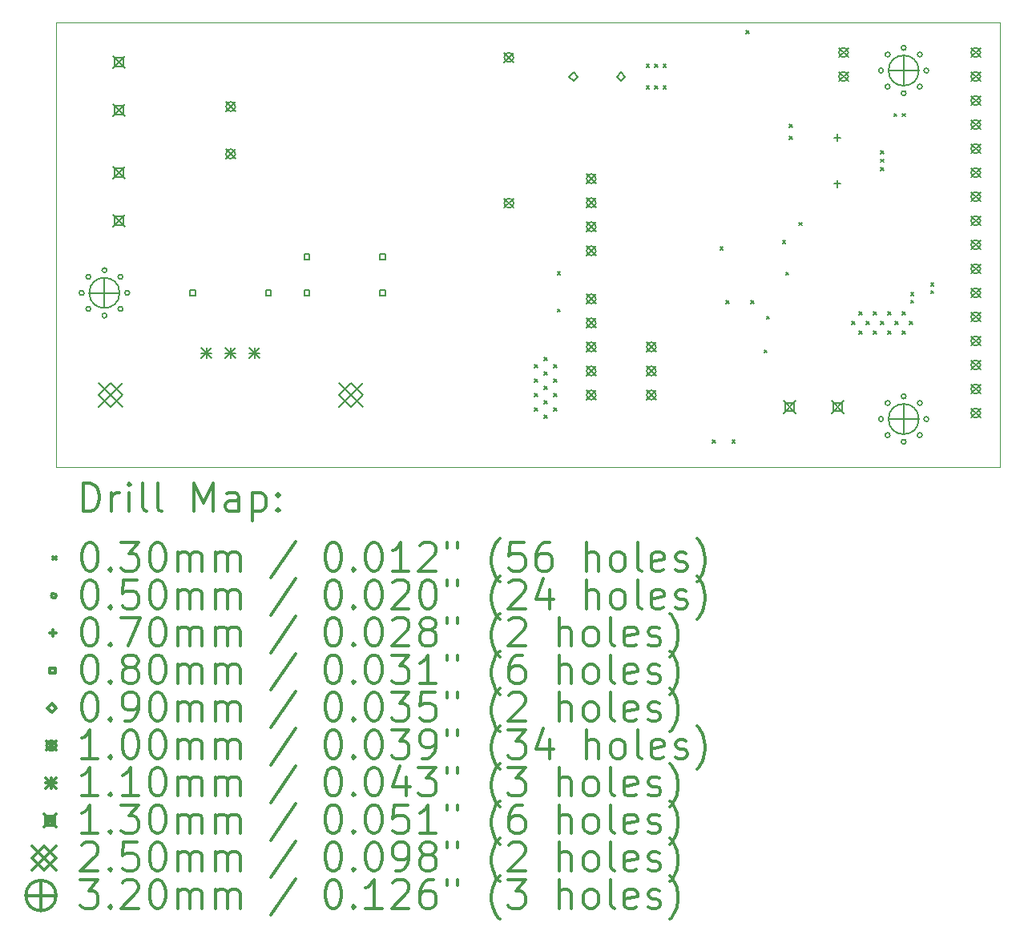
<source format=gbr>
%FSLAX45Y45*%
G04 Gerber Fmt 4.5, Leading zero omitted, Abs format (unit mm)*
G04 Created by KiCad (PCBNEW (5.1.9)-1) date 2021-12-16 02:45:17*
%MOMM*%
%LPD*%
G01*
G04 APERTURE LIST*
%TA.AperFunction,Profile*%
%ADD10C,0.050000*%
%TD*%
%ADD11C,0.200000*%
%ADD12C,0.300000*%
G04 APERTURE END LIST*
D10*
X14351000Y-7620000D02*
X14351000Y-12319000D01*
X4381500Y-7620000D02*
X14351000Y-7620000D01*
X4381500Y-12319000D02*
X4381500Y-7620000D01*
X4381500Y-12319000D02*
X14351000Y-12319000D01*
D11*
X9433800Y-11237200D02*
X9463800Y-11267200D01*
X9463800Y-11237200D02*
X9433800Y-11267200D01*
X9433800Y-11389600D02*
X9463800Y-11419600D01*
X9463800Y-11389600D02*
X9433800Y-11419600D01*
X9433800Y-11542000D02*
X9463800Y-11572000D01*
X9463800Y-11542000D02*
X9433800Y-11572000D01*
X9433800Y-11694400D02*
X9463800Y-11724400D01*
X9463800Y-11694400D02*
X9433800Y-11724400D01*
X9535400Y-11161000D02*
X9565400Y-11191000D01*
X9565400Y-11161000D02*
X9535400Y-11191000D01*
X9535400Y-11313400D02*
X9565400Y-11343400D01*
X9565400Y-11313400D02*
X9535400Y-11343400D01*
X9535400Y-11465800D02*
X9565400Y-11495800D01*
X9565400Y-11465800D02*
X9535400Y-11495800D01*
X9535400Y-11618200D02*
X9565400Y-11648200D01*
X9565400Y-11618200D02*
X9535400Y-11648200D01*
X9535400Y-11770600D02*
X9565400Y-11800600D01*
X9565400Y-11770600D02*
X9535400Y-11800600D01*
X9637000Y-11237200D02*
X9667000Y-11267200D01*
X9667000Y-11237200D02*
X9637000Y-11267200D01*
X9637000Y-11389600D02*
X9667000Y-11419600D01*
X9667000Y-11389600D02*
X9637000Y-11419600D01*
X9637000Y-11542000D02*
X9667000Y-11572000D01*
X9667000Y-11542000D02*
X9637000Y-11572000D01*
X9637000Y-11694400D02*
X9667000Y-11724400D01*
X9667000Y-11694400D02*
X9637000Y-11724400D01*
X9675100Y-10252950D02*
X9705100Y-10282950D01*
X9705100Y-10252950D02*
X9675100Y-10282950D01*
X9675100Y-10646650D02*
X9705100Y-10676650D01*
X9705100Y-10646650D02*
X9675100Y-10676650D01*
X10614900Y-8062200D02*
X10644900Y-8092200D01*
X10644900Y-8062200D02*
X10614900Y-8092200D01*
X10614900Y-8290800D02*
X10644900Y-8320800D01*
X10644900Y-8290800D02*
X10614900Y-8320800D01*
X10703800Y-8062200D02*
X10733800Y-8092200D01*
X10733800Y-8062200D02*
X10703800Y-8092200D01*
X10703800Y-8290800D02*
X10733800Y-8320800D01*
X10733800Y-8290800D02*
X10703800Y-8320800D01*
X10792700Y-8062200D02*
X10822700Y-8092200D01*
X10822700Y-8062200D02*
X10792700Y-8092200D01*
X10792700Y-8290800D02*
X10822700Y-8320800D01*
X10822700Y-8290800D02*
X10792700Y-8320800D01*
X11313400Y-12030950D02*
X11343400Y-12060950D01*
X11343400Y-12030950D02*
X11313400Y-12060950D01*
X11395950Y-9992600D02*
X11425950Y-10022600D01*
X11425950Y-9992600D02*
X11395950Y-10022600D01*
X11459450Y-10557750D02*
X11489450Y-10587750D01*
X11489450Y-10557750D02*
X11459450Y-10587750D01*
X11522950Y-12030950D02*
X11552950Y-12060950D01*
X11552950Y-12030950D02*
X11522950Y-12060950D01*
X11669000Y-7706600D02*
X11699000Y-7736600D01*
X11699000Y-7706600D02*
X11669000Y-7736600D01*
X11719800Y-10557750D02*
X11749800Y-10587750D01*
X11749800Y-10557750D02*
X11719800Y-10587750D01*
X11859500Y-11078450D02*
X11889500Y-11108450D01*
X11889500Y-11078450D02*
X11859500Y-11108450D01*
X11884900Y-10722850D02*
X11914900Y-10752850D01*
X11914900Y-10722850D02*
X11884900Y-10752850D01*
X12056350Y-9922750D02*
X12086350Y-9952750D01*
X12086350Y-9922750D02*
X12056350Y-9952750D01*
X12088100Y-10259300D02*
X12118100Y-10289300D01*
X12118100Y-10259300D02*
X12088100Y-10289300D01*
X12126200Y-8697200D02*
X12156200Y-8727200D01*
X12156200Y-8697200D02*
X12126200Y-8727200D01*
X12126200Y-8824200D02*
X12156200Y-8854200D01*
X12156200Y-8824200D02*
X12126200Y-8854200D01*
X12227800Y-9732250D02*
X12257800Y-9762250D01*
X12257800Y-9732250D02*
X12227800Y-9762250D01*
X12786600Y-10780000D02*
X12816600Y-10810000D01*
X12816600Y-10780000D02*
X12786600Y-10810000D01*
X12862800Y-10678400D02*
X12892800Y-10708400D01*
X12892800Y-10678400D02*
X12862800Y-10708400D01*
X12862800Y-10881600D02*
X12892800Y-10911600D01*
X12892800Y-10881600D02*
X12862800Y-10911600D01*
X12939000Y-10780000D02*
X12969000Y-10810000D01*
X12969000Y-10780000D02*
X12939000Y-10810000D01*
X13015200Y-10678400D02*
X13045200Y-10708400D01*
X13045200Y-10678400D02*
X13015200Y-10708400D01*
X13015200Y-10881600D02*
X13045200Y-10911600D01*
X13045200Y-10881600D02*
X13015200Y-10911600D01*
X13091400Y-8976600D02*
X13121400Y-9006600D01*
X13121400Y-8976600D02*
X13091400Y-9006600D01*
X13091400Y-9065500D02*
X13121400Y-9095500D01*
X13121400Y-9065500D02*
X13091400Y-9095500D01*
X13091400Y-9154400D02*
X13121400Y-9184400D01*
X13121400Y-9154400D02*
X13091400Y-9184400D01*
X13091400Y-10780000D02*
X13121400Y-10810000D01*
X13121400Y-10780000D02*
X13091400Y-10810000D01*
X13167600Y-10678400D02*
X13197600Y-10708400D01*
X13197600Y-10678400D02*
X13167600Y-10708400D01*
X13167600Y-10881600D02*
X13197600Y-10911600D01*
X13197600Y-10881600D02*
X13167600Y-10911600D01*
X13231100Y-8582900D02*
X13261100Y-8612900D01*
X13261100Y-8582900D02*
X13231100Y-8612900D01*
X13243800Y-10780000D02*
X13273800Y-10810000D01*
X13273800Y-10780000D02*
X13243800Y-10810000D01*
X13320000Y-8582900D02*
X13350000Y-8612900D01*
X13350000Y-8582900D02*
X13320000Y-8612900D01*
X13320000Y-10678400D02*
X13350000Y-10708400D01*
X13350000Y-10678400D02*
X13320000Y-10708400D01*
X13320000Y-10881600D02*
X13350000Y-10911600D01*
X13350000Y-10881600D02*
X13320000Y-10911600D01*
X13396200Y-10780000D02*
X13426200Y-10810000D01*
X13426200Y-10780000D02*
X13396200Y-10810000D01*
X13408900Y-10475500D02*
X13438900Y-10505500D01*
X13438900Y-10475500D02*
X13408900Y-10505500D01*
X13408900Y-10555500D02*
X13438900Y-10585500D01*
X13438900Y-10555500D02*
X13408900Y-10585500D01*
X13620945Y-10375500D02*
X13650945Y-10405500D01*
X13650945Y-10375500D02*
X13620945Y-10405500D01*
X13620945Y-10455500D02*
X13650945Y-10485500D01*
X13650945Y-10455500D02*
X13620945Y-10485500D01*
X4674500Y-10477500D02*
G75*
G03*
X4674500Y-10477500I-25000J0D01*
G01*
X4744794Y-10307794D02*
G75*
G03*
X4744794Y-10307794I-25000J0D01*
G01*
X4744794Y-10647206D02*
G75*
G03*
X4744794Y-10647206I-25000J0D01*
G01*
X4914500Y-10237500D02*
G75*
G03*
X4914500Y-10237500I-25000J0D01*
G01*
X4914500Y-10717500D02*
G75*
G03*
X4914500Y-10717500I-25000J0D01*
G01*
X5084206Y-10307794D02*
G75*
G03*
X5084206Y-10307794I-25000J0D01*
G01*
X5084206Y-10647206D02*
G75*
G03*
X5084206Y-10647206I-25000J0D01*
G01*
X5154500Y-10477500D02*
G75*
G03*
X5154500Y-10477500I-25000J0D01*
G01*
X13120000Y-8128000D02*
G75*
G03*
X13120000Y-8128000I-25000J0D01*
G01*
X13120000Y-11811000D02*
G75*
G03*
X13120000Y-11811000I-25000J0D01*
G01*
X13190294Y-7958294D02*
G75*
G03*
X13190294Y-7958294I-25000J0D01*
G01*
X13190294Y-8297706D02*
G75*
G03*
X13190294Y-8297706I-25000J0D01*
G01*
X13190294Y-11641294D02*
G75*
G03*
X13190294Y-11641294I-25000J0D01*
G01*
X13190294Y-11980706D02*
G75*
G03*
X13190294Y-11980706I-25000J0D01*
G01*
X13360000Y-7888000D02*
G75*
G03*
X13360000Y-7888000I-25000J0D01*
G01*
X13360000Y-8368000D02*
G75*
G03*
X13360000Y-8368000I-25000J0D01*
G01*
X13360000Y-11571000D02*
G75*
G03*
X13360000Y-11571000I-25000J0D01*
G01*
X13360000Y-12051000D02*
G75*
G03*
X13360000Y-12051000I-25000J0D01*
G01*
X13529706Y-7958294D02*
G75*
G03*
X13529706Y-7958294I-25000J0D01*
G01*
X13529706Y-8297706D02*
G75*
G03*
X13529706Y-8297706I-25000J0D01*
G01*
X13529706Y-11641294D02*
G75*
G03*
X13529706Y-11641294I-25000J0D01*
G01*
X13529706Y-11980706D02*
G75*
G03*
X13529706Y-11980706I-25000J0D01*
G01*
X13600000Y-8128000D02*
G75*
G03*
X13600000Y-8128000I-25000J0D01*
G01*
X13600000Y-11811000D02*
G75*
G03*
X13600000Y-11811000I-25000J0D01*
G01*
X12636500Y-8800500D02*
X12636500Y-8870500D01*
X12601500Y-8835500D02*
X12671500Y-8835500D01*
X12636500Y-9290500D02*
X12636500Y-9360500D01*
X12601500Y-9325500D02*
X12671500Y-9325500D01*
X5851284Y-10505785D02*
X5851284Y-10449216D01*
X5794715Y-10449216D01*
X5794715Y-10505785D01*
X5851284Y-10505785D01*
X6651284Y-10505785D02*
X6651284Y-10449216D01*
X6594715Y-10449216D01*
X6594715Y-10505785D01*
X6651284Y-10505785D01*
X7057784Y-10124785D02*
X7057784Y-10068216D01*
X7001215Y-10068216D01*
X7001215Y-10124785D01*
X7057784Y-10124785D01*
X7057784Y-10505785D02*
X7057784Y-10449216D01*
X7001215Y-10449216D01*
X7001215Y-10505785D01*
X7057784Y-10505785D01*
X7857784Y-10124785D02*
X7857784Y-10068216D01*
X7801215Y-10068216D01*
X7801215Y-10124785D01*
X7857784Y-10124785D01*
X7857784Y-10505785D02*
X7857784Y-10449216D01*
X7801215Y-10449216D01*
X7801215Y-10505785D01*
X7857784Y-10505785D01*
X9846500Y-8236500D02*
X9891500Y-8191500D01*
X9846500Y-8146500D01*
X9801500Y-8191500D01*
X9846500Y-8236500D01*
X10346500Y-8236500D02*
X10391500Y-8191500D01*
X10346500Y-8146500D01*
X10301500Y-8191500D01*
X10346500Y-8236500D01*
X6173000Y-8459000D02*
X6273000Y-8559000D01*
X6273000Y-8459000D02*
X6173000Y-8559000D01*
X6273000Y-8509000D02*
G75*
G03*
X6273000Y-8509000I-50000J0D01*
G01*
X6173000Y-8959000D02*
X6273000Y-9059000D01*
X6273000Y-8959000D02*
X6173000Y-9059000D01*
X6273000Y-9009000D02*
G75*
G03*
X6273000Y-9009000I-50000J0D01*
G01*
X9113000Y-7939000D02*
X9213000Y-8039000D01*
X9213000Y-7939000D02*
X9113000Y-8039000D01*
X9213000Y-7989000D02*
G75*
G03*
X9213000Y-7989000I-50000J0D01*
G01*
X9113000Y-9479000D02*
X9213000Y-9579000D01*
X9213000Y-9479000D02*
X9113000Y-9579000D01*
X9213000Y-9529000D02*
G75*
G03*
X9213000Y-9529000I-50000J0D01*
G01*
X9983000Y-9221000D02*
X10083000Y-9321000D01*
X10083000Y-9221000D02*
X9983000Y-9321000D01*
X10083000Y-9271000D02*
G75*
G03*
X10083000Y-9271000I-50000J0D01*
G01*
X9983000Y-9475000D02*
X10083000Y-9575000D01*
X10083000Y-9475000D02*
X9983000Y-9575000D01*
X10083000Y-9525000D02*
G75*
G03*
X10083000Y-9525000I-50000J0D01*
G01*
X9983000Y-9729000D02*
X10083000Y-9829000D01*
X10083000Y-9729000D02*
X9983000Y-9829000D01*
X10083000Y-9779000D02*
G75*
G03*
X10083000Y-9779000I-50000J0D01*
G01*
X9983000Y-9983000D02*
X10083000Y-10083000D01*
X10083000Y-9983000D02*
X9983000Y-10083000D01*
X10083000Y-10033000D02*
G75*
G03*
X10083000Y-10033000I-50000J0D01*
G01*
X9983000Y-10491000D02*
X10083000Y-10591000D01*
X10083000Y-10491000D02*
X9983000Y-10591000D01*
X10083000Y-10541000D02*
G75*
G03*
X10083000Y-10541000I-50000J0D01*
G01*
X9983000Y-10745000D02*
X10083000Y-10845000D01*
X10083000Y-10745000D02*
X9983000Y-10845000D01*
X10083000Y-10795000D02*
G75*
G03*
X10083000Y-10795000I-50000J0D01*
G01*
X9983000Y-10999000D02*
X10083000Y-11099000D01*
X10083000Y-10999000D02*
X9983000Y-11099000D01*
X10083000Y-11049000D02*
G75*
G03*
X10083000Y-11049000I-50000J0D01*
G01*
X9983000Y-11253000D02*
X10083000Y-11353000D01*
X10083000Y-11253000D02*
X9983000Y-11353000D01*
X10083000Y-11303000D02*
G75*
G03*
X10083000Y-11303000I-50000J0D01*
G01*
X9983000Y-11507000D02*
X10083000Y-11607000D01*
X10083000Y-11507000D02*
X9983000Y-11607000D01*
X10083000Y-11557000D02*
G75*
G03*
X10083000Y-11557000I-50000J0D01*
G01*
X10618000Y-10999000D02*
X10718000Y-11099000D01*
X10718000Y-10999000D02*
X10618000Y-11099000D01*
X10718000Y-11049000D02*
G75*
G03*
X10718000Y-11049000I-50000J0D01*
G01*
X10618000Y-11253000D02*
X10718000Y-11353000D01*
X10718000Y-11253000D02*
X10618000Y-11353000D01*
X10718000Y-11303000D02*
G75*
G03*
X10718000Y-11303000I-50000J0D01*
G01*
X10618000Y-11507000D02*
X10718000Y-11607000D01*
X10718000Y-11507000D02*
X10618000Y-11607000D01*
X10718000Y-11557000D02*
G75*
G03*
X10718000Y-11557000I-50000J0D01*
G01*
X12650000Y-7887500D02*
X12750000Y-7987500D01*
X12750000Y-7887500D02*
X12650000Y-7987500D01*
X12750000Y-7937500D02*
G75*
G03*
X12750000Y-7937500I-50000J0D01*
G01*
X12650000Y-8141500D02*
X12750000Y-8241500D01*
X12750000Y-8141500D02*
X12650000Y-8241500D01*
X12750000Y-8191500D02*
G75*
G03*
X12750000Y-8191500I-50000J0D01*
G01*
X14047000Y-7887500D02*
X14147000Y-7987500D01*
X14147000Y-7887500D02*
X14047000Y-7987500D01*
X14147000Y-7937500D02*
G75*
G03*
X14147000Y-7937500I-50000J0D01*
G01*
X14047000Y-8141500D02*
X14147000Y-8241500D01*
X14147000Y-8141500D02*
X14047000Y-8241500D01*
X14147000Y-8191500D02*
G75*
G03*
X14147000Y-8191500I-50000J0D01*
G01*
X14047000Y-8395500D02*
X14147000Y-8495500D01*
X14147000Y-8395500D02*
X14047000Y-8495500D01*
X14147000Y-8445500D02*
G75*
G03*
X14147000Y-8445500I-50000J0D01*
G01*
X14047000Y-8649500D02*
X14147000Y-8749500D01*
X14147000Y-8649500D02*
X14047000Y-8749500D01*
X14147000Y-8699500D02*
G75*
G03*
X14147000Y-8699500I-50000J0D01*
G01*
X14047000Y-8903500D02*
X14147000Y-9003500D01*
X14147000Y-8903500D02*
X14047000Y-9003500D01*
X14147000Y-8953500D02*
G75*
G03*
X14147000Y-8953500I-50000J0D01*
G01*
X14047000Y-9157500D02*
X14147000Y-9257500D01*
X14147000Y-9157500D02*
X14047000Y-9257500D01*
X14147000Y-9207500D02*
G75*
G03*
X14147000Y-9207500I-50000J0D01*
G01*
X14047000Y-9411500D02*
X14147000Y-9511500D01*
X14147000Y-9411500D02*
X14047000Y-9511500D01*
X14147000Y-9461500D02*
G75*
G03*
X14147000Y-9461500I-50000J0D01*
G01*
X14047000Y-9665500D02*
X14147000Y-9765500D01*
X14147000Y-9665500D02*
X14047000Y-9765500D01*
X14147000Y-9715500D02*
G75*
G03*
X14147000Y-9715500I-50000J0D01*
G01*
X14047000Y-9919500D02*
X14147000Y-10019500D01*
X14147000Y-9919500D02*
X14047000Y-10019500D01*
X14147000Y-9969500D02*
G75*
G03*
X14147000Y-9969500I-50000J0D01*
G01*
X14047000Y-10173500D02*
X14147000Y-10273500D01*
X14147000Y-10173500D02*
X14047000Y-10273500D01*
X14147000Y-10223500D02*
G75*
G03*
X14147000Y-10223500I-50000J0D01*
G01*
X14047000Y-10427500D02*
X14147000Y-10527500D01*
X14147000Y-10427500D02*
X14047000Y-10527500D01*
X14147000Y-10477500D02*
G75*
G03*
X14147000Y-10477500I-50000J0D01*
G01*
X14047000Y-10681500D02*
X14147000Y-10781500D01*
X14147000Y-10681500D02*
X14047000Y-10781500D01*
X14147000Y-10731500D02*
G75*
G03*
X14147000Y-10731500I-50000J0D01*
G01*
X14047000Y-10935500D02*
X14147000Y-11035500D01*
X14147000Y-10935500D02*
X14047000Y-11035500D01*
X14147000Y-10985500D02*
G75*
G03*
X14147000Y-10985500I-50000J0D01*
G01*
X14047000Y-11189500D02*
X14147000Y-11289500D01*
X14147000Y-11189500D02*
X14047000Y-11289500D01*
X14147000Y-11239500D02*
G75*
G03*
X14147000Y-11239500I-50000J0D01*
G01*
X14047000Y-11443500D02*
X14147000Y-11543500D01*
X14147000Y-11443500D02*
X14047000Y-11543500D01*
X14147000Y-11493500D02*
G75*
G03*
X14147000Y-11493500I-50000J0D01*
G01*
X14047000Y-11697500D02*
X14147000Y-11797500D01*
X14147000Y-11697500D02*
X14047000Y-11797500D01*
X14147000Y-11747500D02*
G75*
G03*
X14147000Y-11747500I-50000J0D01*
G01*
X5914000Y-11057500D02*
X6024000Y-11167500D01*
X6024000Y-11057500D02*
X5914000Y-11167500D01*
X5969000Y-11057500D02*
X5969000Y-11167500D01*
X5914000Y-11112500D02*
X6024000Y-11112500D01*
X6168000Y-11057500D02*
X6278000Y-11167500D01*
X6278000Y-11057500D02*
X6168000Y-11167500D01*
X6223000Y-11057500D02*
X6223000Y-11167500D01*
X6168000Y-11112500D02*
X6278000Y-11112500D01*
X6422000Y-11057500D02*
X6532000Y-11167500D01*
X6532000Y-11057500D02*
X6422000Y-11167500D01*
X6477000Y-11057500D02*
X6477000Y-11167500D01*
X6422000Y-11112500D02*
X6532000Y-11112500D01*
X4976900Y-7974100D02*
X5106900Y-8104100D01*
X5106900Y-7974100D02*
X4976900Y-8104100D01*
X5087862Y-8085062D02*
X5087862Y-7993138D01*
X4995938Y-7993138D01*
X4995938Y-8085062D01*
X5087862Y-8085062D01*
X4976900Y-8482100D02*
X5106900Y-8612100D01*
X5106900Y-8482100D02*
X4976900Y-8612100D01*
X5087862Y-8593062D02*
X5087862Y-8501138D01*
X4995938Y-8501138D01*
X4995938Y-8593062D01*
X5087862Y-8593062D01*
X4976900Y-9142500D02*
X5106900Y-9272500D01*
X5106900Y-9142500D02*
X4976900Y-9272500D01*
X5087862Y-9253462D02*
X5087862Y-9161538D01*
X4995938Y-9161538D01*
X4995938Y-9253462D01*
X5087862Y-9253462D01*
X4976900Y-9650500D02*
X5106900Y-9780500D01*
X5106900Y-9650500D02*
X4976900Y-9780500D01*
X5087862Y-9761462D02*
X5087862Y-9669538D01*
X4995938Y-9669538D01*
X4995938Y-9761462D01*
X5087862Y-9761462D01*
X12063500Y-11619000D02*
X12193500Y-11749000D01*
X12193500Y-11619000D02*
X12063500Y-11749000D01*
X12174462Y-11729962D02*
X12174462Y-11638038D01*
X12082538Y-11638038D01*
X12082538Y-11729962D01*
X12174462Y-11729962D01*
X12571500Y-11619000D02*
X12701500Y-11749000D01*
X12701500Y-11619000D02*
X12571500Y-11749000D01*
X12682462Y-11729962D02*
X12682462Y-11638038D01*
X12590538Y-11638038D01*
X12590538Y-11729962D01*
X12682462Y-11729962D01*
X4828000Y-11432000D02*
X5078000Y-11682000D01*
X5078000Y-11432000D02*
X4828000Y-11682000D01*
X4953000Y-11682000D02*
X5078000Y-11557000D01*
X4953000Y-11432000D01*
X4828000Y-11557000D01*
X4953000Y-11682000D01*
X7368000Y-11432000D02*
X7618000Y-11682000D01*
X7618000Y-11432000D02*
X7368000Y-11682000D01*
X7493000Y-11682000D02*
X7618000Y-11557000D01*
X7493000Y-11432000D01*
X7368000Y-11557000D01*
X7493000Y-11682000D01*
X4889500Y-10317500D02*
X4889500Y-10637500D01*
X4729500Y-10477500D02*
X5049500Y-10477500D01*
X5049500Y-10477500D02*
G75*
G03*
X5049500Y-10477500I-160000J0D01*
G01*
X13335000Y-7968000D02*
X13335000Y-8288000D01*
X13175000Y-8128000D02*
X13495000Y-8128000D01*
X13495000Y-8128000D02*
G75*
G03*
X13495000Y-8128000I-160000J0D01*
G01*
X13335000Y-11651000D02*
X13335000Y-11971000D01*
X13175000Y-11811000D02*
X13495000Y-11811000D01*
X13495000Y-11811000D02*
G75*
G03*
X13495000Y-11811000I-160000J0D01*
G01*
D12*
X4665428Y-12787214D02*
X4665428Y-12487214D01*
X4736857Y-12487214D01*
X4779714Y-12501500D01*
X4808286Y-12530071D01*
X4822571Y-12558643D01*
X4836857Y-12615786D01*
X4836857Y-12658643D01*
X4822571Y-12715786D01*
X4808286Y-12744357D01*
X4779714Y-12772929D01*
X4736857Y-12787214D01*
X4665428Y-12787214D01*
X4965428Y-12787214D02*
X4965428Y-12587214D01*
X4965428Y-12644357D02*
X4979714Y-12615786D01*
X4994000Y-12601500D01*
X5022571Y-12587214D01*
X5051143Y-12587214D01*
X5151143Y-12787214D02*
X5151143Y-12587214D01*
X5151143Y-12487214D02*
X5136857Y-12501500D01*
X5151143Y-12515786D01*
X5165428Y-12501500D01*
X5151143Y-12487214D01*
X5151143Y-12515786D01*
X5336857Y-12787214D02*
X5308286Y-12772929D01*
X5294000Y-12744357D01*
X5294000Y-12487214D01*
X5494000Y-12787214D02*
X5465428Y-12772929D01*
X5451143Y-12744357D01*
X5451143Y-12487214D01*
X5836857Y-12787214D02*
X5836857Y-12487214D01*
X5936857Y-12701500D01*
X6036857Y-12487214D01*
X6036857Y-12787214D01*
X6308286Y-12787214D02*
X6308286Y-12630071D01*
X6294000Y-12601500D01*
X6265428Y-12587214D01*
X6208286Y-12587214D01*
X6179714Y-12601500D01*
X6308286Y-12772929D02*
X6279714Y-12787214D01*
X6208286Y-12787214D01*
X6179714Y-12772929D01*
X6165428Y-12744357D01*
X6165428Y-12715786D01*
X6179714Y-12687214D01*
X6208286Y-12672929D01*
X6279714Y-12672929D01*
X6308286Y-12658643D01*
X6451143Y-12587214D02*
X6451143Y-12887214D01*
X6451143Y-12601500D02*
X6479714Y-12587214D01*
X6536857Y-12587214D01*
X6565428Y-12601500D01*
X6579714Y-12615786D01*
X6594000Y-12644357D01*
X6594000Y-12730071D01*
X6579714Y-12758643D01*
X6565428Y-12772929D01*
X6536857Y-12787214D01*
X6479714Y-12787214D01*
X6451143Y-12772929D01*
X6722571Y-12758643D02*
X6736857Y-12772929D01*
X6722571Y-12787214D01*
X6708286Y-12772929D01*
X6722571Y-12758643D01*
X6722571Y-12787214D01*
X6722571Y-12601500D02*
X6736857Y-12615786D01*
X6722571Y-12630071D01*
X6708286Y-12615786D01*
X6722571Y-12601500D01*
X6722571Y-12630071D01*
X4349000Y-13266500D02*
X4379000Y-13296500D01*
X4379000Y-13266500D02*
X4349000Y-13296500D01*
X4722571Y-13117214D02*
X4751143Y-13117214D01*
X4779714Y-13131500D01*
X4794000Y-13145786D01*
X4808286Y-13174357D01*
X4822571Y-13231500D01*
X4822571Y-13302929D01*
X4808286Y-13360071D01*
X4794000Y-13388643D01*
X4779714Y-13402929D01*
X4751143Y-13417214D01*
X4722571Y-13417214D01*
X4694000Y-13402929D01*
X4679714Y-13388643D01*
X4665428Y-13360071D01*
X4651143Y-13302929D01*
X4651143Y-13231500D01*
X4665428Y-13174357D01*
X4679714Y-13145786D01*
X4694000Y-13131500D01*
X4722571Y-13117214D01*
X4951143Y-13388643D02*
X4965428Y-13402929D01*
X4951143Y-13417214D01*
X4936857Y-13402929D01*
X4951143Y-13388643D01*
X4951143Y-13417214D01*
X5065428Y-13117214D02*
X5251143Y-13117214D01*
X5151143Y-13231500D01*
X5194000Y-13231500D01*
X5222571Y-13245786D01*
X5236857Y-13260071D01*
X5251143Y-13288643D01*
X5251143Y-13360071D01*
X5236857Y-13388643D01*
X5222571Y-13402929D01*
X5194000Y-13417214D01*
X5108286Y-13417214D01*
X5079714Y-13402929D01*
X5065428Y-13388643D01*
X5436857Y-13117214D02*
X5465428Y-13117214D01*
X5494000Y-13131500D01*
X5508286Y-13145786D01*
X5522571Y-13174357D01*
X5536857Y-13231500D01*
X5536857Y-13302929D01*
X5522571Y-13360071D01*
X5508286Y-13388643D01*
X5494000Y-13402929D01*
X5465428Y-13417214D01*
X5436857Y-13417214D01*
X5408286Y-13402929D01*
X5394000Y-13388643D01*
X5379714Y-13360071D01*
X5365428Y-13302929D01*
X5365428Y-13231500D01*
X5379714Y-13174357D01*
X5394000Y-13145786D01*
X5408286Y-13131500D01*
X5436857Y-13117214D01*
X5665428Y-13417214D02*
X5665428Y-13217214D01*
X5665428Y-13245786D02*
X5679714Y-13231500D01*
X5708286Y-13217214D01*
X5751143Y-13217214D01*
X5779714Y-13231500D01*
X5794000Y-13260071D01*
X5794000Y-13417214D01*
X5794000Y-13260071D02*
X5808286Y-13231500D01*
X5836857Y-13217214D01*
X5879714Y-13217214D01*
X5908286Y-13231500D01*
X5922571Y-13260071D01*
X5922571Y-13417214D01*
X6065428Y-13417214D02*
X6065428Y-13217214D01*
X6065428Y-13245786D02*
X6079714Y-13231500D01*
X6108286Y-13217214D01*
X6151143Y-13217214D01*
X6179714Y-13231500D01*
X6194000Y-13260071D01*
X6194000Y-13417214D01*
X6194000Y-13260071D02*
X6208286Y-13231500D01*
X6236857Y-13217214D01*
X6279714Y-13217214D01*
X6308286Y-13231500D01*
X6322571Y-13260071D01*
X6322571Y-13417214D01*
X6908286Y-13102929D02*
X6651143Y-13488643D01*
X7294000Y-13117214D02*
X7322571Y-13117214D01*
X7351143Y-13131500D01*
X7365428Y-13145786D01*
X7379714Y-13174357D01*
X7394000Y-13231500D01*
X7394000Y-13302929D01*
X7379714Y-13360071D01*
X7365428Y-13388643D01*
X7351143Y-13402929D01*
X7322571Y-13417214D01*
X7294000Y-13417214D01*
X7265428Y-13402929D01*
X7251143Y-13388643D01*
X7236857Y-13360071D01*
X7222571Y-13302929D01*
X7222571Y-13231500D01*
X7236857Y-13174357D01*
X7251143Y-13145786D01*
X7265428Y-13131500D01*
X7294000Y-13117214D01*
X7522571Y-13388643D02*
X7536857Y-13402929D01*
X7522571Y-13417214D01*
X7508286Y-13402929D01*
X7522571Y-13388643D01*
X7522571Y-13417214D01*
X7722571Y-13117214D02*
X7751143Y-13117214D01*
X7779714Y-13131500D01*
X7794000Y-13145786D01*
X7808286Y-13174357D01*
X7822571Y-13231500D01*
X7822571Y-13302929D01*
X7808286Y-13360071D01*
X7794000Y-13388643D01*
X7779714Y-13402929D01*
X7751143Y-13417214D01*
X7722571Y-13417214D01*
X7694000Y-13402929D01*
X7679714Y-13388643D01*
X7665428Y-13360071D01*
X7651143Y-13302929D01*
X7651143Y-13231500D01*
X7665428Y-13174357D01*
X7679714Y-13145786D01*
X7694000Y-13131500D01*
X7722571Y-13117214D01*
X8108286Y-13417214D02*
X7936857Y-13417214D01*
X8022571Y-13417214D02*
X8022571Y-13117214D01*
X7994000Y-13160071D01*
X7965428Y-13188643D01*
X7936857Y-13202929D01*
X8222571Y-13145786D02*
X8236857Y-13131500D01*
X8265428Y-13117214D01*
X8336857Y-13117214D01*
X8365428Y-13131500D01*
X8379714Y-13145786D01*
X8394000Y-13174357D01*
X8394000Y-13202929D01*
X8379714Y-13245786D01*
X8208286Y-13417214D01*
X8394000Y-13417214D01*
X8508286Y-13117214D02*
X8508286Y-13174357D01*
X8622571Y-13117214D02*
X8622571Y-13174357D01*
X9065428Y-13531500D02*
X9051143Y-13517214D01*
X9022571Y-13474357D01*
X9008286Y-13445786D01*
X8994000Y-13402929D01*
X8979714Y-13331500D01*
X8979714Y-13274357D01*
X8994000Y-13202929D01*
X9008286Y-13160071D01*
X9022571Y-13131500D01*
X9051143Y-13088643D01*
X9065428Y-13074357D01*
X9322571Y-13117214D02*
X9179714Y-13117214D01*
X9165428Y-13260071D01*
X9179714Y-13245786D01*
X9208286Y-13231500D01*
X9279714Y-13231500D01*
X9308286Y-13245786D01*
X9322571Y-13260071D01*
X9336857Y-13288643D01*
X9336857Y-13360071D01*
X9322571Y-13388643D01*
X9308286Y-13402929D01*
X9279714Y-13417214D01*
X9208286Y-13417214D01*
X9179714Y-13402929D01*
X9165428Y-13388643D01*
X9594000Y-13117214D02*
X9536857Y-13117214D01*
X9508286Y-13131500D01*
X9494000Y-13145786D01*
X9465428Y-13188643D01*
X9451143Y-13245786D01*
X9451143Y-13360071D01*
X9465428Y-13388643D01*
X9479714Y-13402929D01*
X9508286Y-13417214D01*
X9565428Y-13417214D01*
X9594000Y-13402929D01*
X9608286Y-13388643D01*
X9622571Y-13360071D01*
X9622571Y-13288643D01*
X9608286Y-13260071D01*
X9594000Y-13245786D01*
X9565428Y-13231500D01*
X9508286Y-13231500D01*
X9479714Y-13245786D01*
X9465428Y-13260071D01*
X9451143Y-13288643D01*
X9979714Y-13417214D02*
X9979714Y-13117214D01*
X10108286Y-13417214D02*
X10108286Y-13260071D01*
X10094000Y-13231500D01*
X10065428Y-13217214D01*
X10022571Y-13217214D01*
X9994000Y-13231500D01*
X9979714Y-13245786D01*
X10294000Y-13417214D02*
X10265428Y-13402929D01*
X10251143Y-13388643D01*
X10236857Y-13360071D01*
X10236857Y-13274357D01*
X10251143Y-13245786D01*
X10265428Y-13231500D01*
X10294000Y-13217214D01*
X10336857Y-13217214D01*
X10365428Y-13231500D01*
X10379714Y-13245786D01*
X10394000Y-13274357D01*
X10394000Y-13360071D01*
X10379714Y-13388643D01*
X10365428Y-13402929D01*
X10336857Y-13417214D01*
X10294000Y-13417214D01*
X10565428Y-13417214D02*
X10536857Y-13402929D01*
X10522571Y-13374357D01*
X10522571Y-13117214D01*
X10794000Y-13402929D02*
X10765428Y-13417214D01*
X10708286Y-13417214D01*
X10679714Y-13402929D01*
X10665428Y-13374357D01*
X10665428Y-13260071D01*
X10679714Y-13231500D01*
X10708286Y-13217214D01*
X10765428Y-13217214D01*
X10794000Y-13231500D01*
X10808286Y-13260071D01*
X10808286Y-13288643D01*
X10665428Y-13317214D01*
X10922571Y-13402929D02*
X10951143Y-13417214D01*
X11008286Y-13417214D01*
X11036857Y-13402929D01*
X11051143Y-13374357D01*
X11051143Y-13360071D01*
X11036857Y-13331500D01*
X11008286Y-13317214D01*
X10965428Y-13317214D01*
X10936857Y-13302929D01*
X10922571Y-13274357D01*
X10922571Y-13260071D01*
X10936857Y-13231500D01*
X10965428Y-13217214D01*
X11008286Y-13217214D01*
X11036857Y-13231500D01*
X11151143Y-13531500D02*
X11165428Y-13517214D01*
X11194000Y-13474357D01*
X11208286Y-13445786D01*
X11222571Y-13402929D01*
X11236857Y-13331500D01*
X11236857Y-13274357D01*
X11222571Y-13202929D01*
X11208286Y-13160071D01*
X11194000Y-13131500D01*
X11165428Y-13088643D01*
X11151143Y-13074357D01*
X4379000Y-13677500D02*
G75*
G03*
X4379000Y-13677500I-25000J0D01*
G01*
X4722571Y-13513214D02*
X4751143Y-13513214D01*
X4779714Y-13527500D01*
X4794000Y-13541786D01*
X4808286Y-13570357D01*
X4822571Y-13627500D01*
X4822571Y-13698929D01*
X4808286Y-13756071D01*
X4794000Y-13784643D01*
X4779714Y-13798929D01*
X4751143Y-13813214D01*
X4722571Y-13813214D01*
X4694000Y-13798929D01*
X4679714Y-13784643D01*
X4665428Y-13756071D01*
X4651143Y-13698929D01*
X4651143Y-13627500D01*
X4665428Y-13570357D01*
X4679714Y-13541786D01*
X4694000Y-13527500D01*
X4722571Y-13513214D01*
X4951143Y-13784643D02*
X4965428Y-13798929D01*
X4951143Y-13813214D01*
X4936857Y-13798929D01*
X4951143Y-13784643D01*
X4951143Y-13813214D01*
X5236857Y-13513214D02*
X5094000Y-13513214D01*
X5079714Y-13656071D01*
X5094000Y-13641786D01*
X5122571Y-13627500D01*
X5194000Y-13627500D01*
X5222571Y-13641786D01*
X5236857Y-13656071D01*
X5251143Y-13684643D01*
X5251143Y-13756071D01*
X5236857Y-13784643D01*
X5222571Y-13798929D01*
X5194000Y-13813214D01*
X5122571Y-13813214D01*
X5094000Y-13798929D01*
X5079714Y-13784643D01*
X5436857Y-13513214D02*
X5465428Y-13513214D01*
X5494000Y-13527500D01*
X5508286Y-13541786D01*
X5522571Y-13570357D01*
X5536857Y-13627500D01*
X5536857Y-13698929D01*
X5522571Y-13756071D01*
X5508286Y-13784643D01*
X5494000Y-13798929D01*
X5465428Y-13813214D01*
X5436857Y-13813214D01*
X5408286Y-13798929D01*
X5394000Y-13784643D01*
X5379714Y-13756071D01*
X5365428Y-13698929D01*
X5365428Y-13627500D01*
X5379714Y-13570357D01*
X5394000Y-13541786D01*
X5408286Y-13527500D01*
X5436857Y-13513214D01*
X5665428Y-13813214D02*
X5665428Y-13613214D01*
X5665428Y-13641786D02*
X5679714Y-13627500D01*
X5708286Y-13613214D01*
X5751143Y-13613214D01*
X5779714Y-13627500D01*
X5794000Y-13656071D01*
X5794000Y-13813214D01*
X5794000Y-13656071D02*
X5808286Y-13627500D01*
X5836857Y-13613214D01*
X5879714Y-13613214D01*
X5908286Y-13627500D01*
X5922571Y-13656071D01*
X5922571Y-13813214D01*
X6065428Y-13813214D02*
X6065428Y-13613214D01*
X6065428Y-13641786D02*
X6079714Y-13627500D01*
X6108286Y-13613214D01*
X6151143Y-13613214D01*
X6179714Y-13627500D01*
X6194000Y-13656071D01*
X6194000Y-13813214D01*
X6194000Y-13656071D02*
X6208286Y-13627500D01*
X6236857Y-13613214D01*
X6279714Y-13613214D01*
X6308286Y-13627500D01*
X6322571Y-13656071D01*
X6322571Y-13813214D01*
X6908286Y-13498929D02*
X6651143Y-13884643D01*
X7294000Y-13513214D02*
X7322571Y-13513214D01*
X7351143Y-13527500D01*
X7365428Y-13541786D01*
X7379714Y-13570357D01*
X7394000Y-13627500D01*
X7394000Y-13698929D01*
X7379714Y-13756071D01*
X7365428Y-13784643D01*
X7351143Y-13798929D01*
X7322571Y-13813214D01*
X7294000Y-13813214D01*
X7265428Y-13798929D01*
X7251143Y-13784643D01*
X7236857Y-13756071D01*
X7222571Y-13698929D01*
X7222571Y-13627500D01*
X7236857Y-13570357D01*
X7251143Y-13541786D01*
X7265428Y-13527500D01*
X7294000Y-13513214D01*
X7522571Y-13784643D02*
X7536857Y-13798929D01*
X7522571Y-13813214D01*
X7508286Y-13798929D01*
X7522571Y-13784643D01*
X7522571Y-13813214D01*
X7722571Y-13513214D02*
X7751143Y-13513214D01*
X7779714Y-13527500D01*
X7794000Y-13541786D01*
X7808286Y-13570357D01*
X7822571Y-13627500D01*
X7822571Y-13698929D01*
X7808286Y-13756071D01*
X7794000Y-13784643D01*
X7779714Y-13798929D01*
X7751143Y-13813214D01*
X7722571Y-13813214D01*
X7694000Y-13798929D01*
X7679714Y-13784643D01*
X7665428Y-13756071D01*
X7651143Y-13698929D01*
X7651143Y-13627500D01*
X7665428Y-13570357D01*
X7679714Y-13541786D01*
X7694000Y-13527500D01*
X7722571Y-13513214D01*
X7936857Y-13541786D02*
X7951143Y-13527500D01*
X7979714Y-13513214D01*
X8051143Y-13513214D01*
X8079714Y-13527500D01*
X8094000Y-13541786D01*
X8108286Y-13570357D01*
X8108286Y-13598929D01*
X8094000Y-13641786D01*
X7922571Y-13813214D01*
X8108286Y-13813214D01*
X8294000Y-13513214D02*
X8322571Y-13513214D01*
X8351143Y-13527500D01*
X8365428Y-13541786D01*
X8379714Y-13570357D01*
X8394000Y-13627500D01*
X8394000Y-13698929D01*
X8379714Y-13756071D01*
X8365428Y-13784643D01*
X8351143Y-13798929D01*
X8322571Y-13813214D01*
X8294000Y-13813214D01*
X8265428Y-13798929D01*
X8251143Y-13784643D01*
X8236857Y-13756071D01*
X8222571Y-13698929D01*
X8222571Y-13627500D01*
X8236857Y-13570357D01*
X8251143Y-13541786D01*
X8265428Y-13527500D01*
X8294000Y-13513214D01*
X8508286Y-13513214D02*
X8508286Y-13570357D01*
X8622571Y-13513214D02*
X8622571Y-13570357D01*
X9065428Y-13927500D02*
X9051143Y-13913214D01*
X9022571Y-13870357D01*
X9008286Y-13841786D01*
X8994000Y-13798929D01*
X8979714Y-13727500D01*
X8979714Y-13670357D01*
X8994000Y-13598929D01*
X9008286Y-13556071D01*
X9022571Y-13527500D01*
X9051143Y-13484643D01*
X9065428Y-13470357D01*
X9165428Y-13541786D02*
X9179714Y-13527500D01*
X9208286Y-13513214D01*
X9279714Y-13513214D01*
X9308286Y-13527500D01*
X9322571Y-13541786D01*
X9336857Y-13570357D01*
X9336857Y-13598929D01*
X9322571Y-13641786D01*
X9151143Y-13813214D01*
X9336857Y-13813214D01*
X9594000Y-13613214D02*
X9594000Y-13813214D01*
X9522571Y-13498929D02*
X9451143Y-13713214D01*
X9636857Y-13713214D01*
X9979714Y-13813214D02*
X9979714Y-13513214D01*
X10108286Y-13813214D02*
X10108286Y-13656071D01*
X10094000Y-13627500D01*
X10065428Y-13613214D01*
X10022571Y-13613214D01*
X9994000Y-13627500D01*
X9979714Y-13641786D01*
X10294000Y-13813214D02*
X10265428Y-13798929D01*
X10251143Y-13784643D01*
X10236857Y-13756071D01*
X10236857Y-13670357D01*
X10251143Y-13641786D01*
X10265428Y-13627500D01*
X10294000Y-13613214D01*
X10336857Y-13613214D01*
X10365428Y-13627500D01*
X10379714Y-13641786D01*
X10394000Y-13670357D01*
X10394000Y-13756071D01*
X10379714Y-13784643D01*
X10365428Y-13798929D01*
X10336857Y-13813214D01*
X10294000Y-13813214D01*
X10565428Y-13813214D02*
X10536857Y-13798929D01*
X10522571Y-13770357D01*
X10522571Y-13513214D01*
X10794000Y-13798929D02*
X10765428Y-13813214D01*
X10708286Y-13813214D01*
X10679714Y-13798929D01*
X10665428Y-13770357D01*
X10665428Y-13656071D01*
X10679714Y-13627500D01*
X10708286Y-13613214D01*
X10765428Y-13613214D01*
X10794000Y-13627500D01*
X10808286Y-13656071D01*
X10808286Y-13684643D01*
X10665428Y-13713214D01*
X10922571Y-13798929D02*
X10951143Y-13813214D01*
X11008286Y-13813214D01*
X11036857Y-13798929D01*
X11051143Y-13770357D01*
X11051143Y-13756071D01*
X11036857Y-13727500D01*
X11008286Y-13713214D01*
X10965428Y-13713214D01*
X10936857Y-13698929D01*
X10922571Y-13670357D01*
X10922571Y-13656071D01*
X10936857Y-13627500D01*
X10965428Y-13613214D01*
X11008286Y-13613214D01*
X11036857Y-13627500D01*
X11151143Y-13927500D02*
X11165428Y-13913214D01*
X11194000Y-13870357D01*
X11208286Y-13841786D01*
X11222571Y-13798929D01*
X11236857Y-13727500D01*
X11236857Y-13670357D01*
X11222571Y-13598929D01*
X11208286Y-13556071D01*
X11194000Y-13527500D01*
X11165428Y-13484643D01*
X11151143Y-13470357D01*
X4344000Y-14038500D02*
X4344000Y-14108500D01*
X4309000Y-14073500D02*
X4379000Y-14073500D01*
X4722571Y-13909214D02*
X4751143Y-13909214D01*
X4779714Y-13923500D01*
X4794000Y-13937786D01*
X4808286Y-13966357D01*
X4822571Y-14023500D01*
X4822571Y-14094929D01*
X4808286Y-14152071D01*
X4794000Y-14180643D01*
X4779714Y-14194929D01*
X4751143Y-14209214D01*
X4722571Y-14209214D01*
X4694000Y-14194929D01*
X4679714Y-14180643D01*
X4665428Y-14152071D01*
X4651143Y-14094929D01*
X4651143Y-14023500D01*
X4665428Y-13966357D01*
X4679714Y-13937786D01*
X4694000Y-13923500D01*
X4722571Y-13909214D01*
X4951143Y-14180643D02*
X4965428Y-14194929D01*
X4951143Y-14209214D01*
X4936857Y-14194929D01*
X4951143Y-14180643D01*
X4951143Y-14209214D01*
X5065428Y-13909214D02*
X5265428Y-13909214D01*
X5136857Y-14209214D01*
X5436857Y-13909214D02*
X5465428Y-13909214D01*
X5494000Y-13923500D01*
X5508286Y-13937786D01*
X5522571Y-13966357D01*
X5536857Y-14023500D01*
X5536857Y-14094929D01*
X5522571Y-14152071D01*
X5508286Y-14180643D01*
X5494000Y-14194929D01*
X5465428Y-14209214D01*
X5436857Y-14209214D01*
X5408286Y-14194929D01*
X5394000Y-14180643D01*
X5379714Y-14152071D01*
X5365428Y-14094929D01*
X5365428Y-14023500D01*
X5379714Y-13966357D01*
X5394000Y-13937786D01*
X5408286Y-13923500D01*
X5436857Y-13909214D01*
X5665428Y-14209214D02*
X5665428Y-14009214D01*
X5665428Y-14037786D02*
X5679714Y-14023500D01*
X5708286Y-14009214D01*
X5751143Y-14009214D01*
X5779714Y-14023500D01*
X5794000Y-14052071D01*
X5794000Y-14209214D01*
X5794000Y-14052071D02*
X5808286Y-14023500D01*
X5836857Y-14009214D01*
X5879714Y-14009214D01*
X5908286Y-14023500D01*
X5922571Y-14052071D01*
X5922571Y-14209214D01*
X6065428Y-14209214D02*
X6065428Y-14009214D01*
X6065428Y-14037786D02*
X6079714Y-14023500D01*
X6108286Y-14009214D01*
X6151143Y-14009214D01*
X6179714Y-14023500D01*
X6194000Y-14052071D01*
X6194000Y-14209214D01*
X6194000Y-14052071D02*
X6208286Y-14023500D01*
X6236857Y-14009214D01*
X6279714Y-14009214D01*
X6308286Y-14023500D01*
X6322571Y-14052071D01*
X6322571Y-14209214D01*
X6908286Y-13894929D02*
X6651143Y-14280643D01*
X7294000Y-13909214D02*
X7322571Y-13909214D01*
X7351143Y-13923500D01*
X7365428Y-13937786D01*
X7379714Y-13966357D01*
X7394000Y-14023500D01*
X7394000Y-14094929D01*
X7379714Y-14152071D01*
X7365428Y-14180643D01*
X7351143Y-14194929D01*
X7322571Y-14209214D01*
X7294000Y-14209214D01*
X7265428Y-14194929D01*
X7251143Y-14180643D01*
X7236857Y-14152071D01*
X7222571Y-14094929D01*
X7222571Y-14023500D01*
X7236857Y-13966357D01*
X7251143Y-13937786D01*
X7265428Y-13923500D01*
X7294000Y-13909214D01*
X7522571Y-14180643D02*
X7536857Y-14194929D01*
X7522571Y-14209214D01*
X7508286Y-14194929D01*
X7522571Y-14180643D01*
X7522571Y-14209214D01*
X7722571Y-13909214D02*
X7751143Y-13909214D01*
X7779714Y-13923500D01*
X7794000Y-13937786D01*
X7808286Y-13966357D01*
X7822571Y-14023500D01*
X7822571Y-14094929D01*
X7808286Y-14152071D01*
X7794000Y-14180643D01*
X7779714Y-14194929D01*
X7751143Y-14209214D01*
X7722571Y-14209214D01*
X7694000Y-14194929D01*
X7679714Y-14180643D01*
X7665428Y-14152071D01*
X7651143Y-14094929D01*
X7651143Y-14023500D01*
X7665428Y-13966357D01*
X7679714Y-13937786D01*
X7694000Y-13923500D01*
X7722571Y-13909214D01*
X7936857Y-13937786D02*
X7951143Y-13923500D01*
X7979714Y-13909214D01*
X8051143Y-13909214D01*
X8079714Y-13923500D01*
X8094000Y-13937786D01*
X8108286Y-13966357D01*
X8108286Y-13994929D01*
X8094000Y-14037786D01*
X7922571Y-14209214D01*
X8108286Y-14209214D01*
X8279714Y-14037786D02*
X8251143Y-14023500D01*
X8236857Y-14009214D01*
X8222571Y-13980643D01*
X8222571Y-13966357D01*
X8236857Y-13937786D01*
X8251143Y-13923500D01*
X8279714Y-13909214D01*
X8336857Y-13909214D01*
X8365428Y-13923500D01*
X8379714Y-13937786D01*
X8394000Y-13966357D01*
X8394000Y-13980643D01*
X8379714Y-14009214D01*
X8365428Y-14023500D01*
X8336857Y-14037786D01*
X8279714Y-14037786D01*
X8251143Y-14052071D01*
X8236857Y-14066357D01*
X8222571Y-14094929D01*
X8222571Y-14152071D01*
X8236857Y-14180643D01*
X8251143Y-14194929D01*
X8279714Y-14209214D01*
X8336857Y-14209214D01*
X8365428Y-14194929D01*
X8379714Y-14180643D01*
X8394000Y-14152071D01*
X8394000Y-14094929D01*
X8379714Y-14066357D01*
X8365428Y-14052071D01*
X8336857Y-14037786D01*
X8508286Y-13909214D02*
X8508286Y-13966357D01*
X8622571Y-13909214D02*
X8622571Y-13966357D01*
X9065428Y-14323500D02*
X9051143Y-14309214D01*
X9022571Y-14266357D01*
X9008286Y-14237786D01*
X8994000Y-14194929D01*
X8979714Y-14123500D01*
X8979714Y-14066357D01*
X8994000Y-13994929D01*
X9008286Y-13952071D01*
X9022571Y-13923500D01*
X9051143Y-13880643D01*
X9065428Y-13866357D01*
X9165428Y-13937786D02*
X9179714Y-13923500D01*
X9208286Y-13909214D01*
X9279714Y-13909214D01*
X9308286Y-13923500D01*
X9322571Y-13937786D01*
X9336857Y-13966357D01*
X9336857Y-13994929D01*
X9322571Y-14037786D01*
X9151143Y-14209214D01*
X9336857Y-14209214D01*
X9694000Y-14209214D02*
X9694000Y-13909214D01*
X9822571Y-14209214D02*
X9822571Y-14052071D01*
X9808286Y-14023500D01*
X9779714Y-14009214D01*
X9736857Y-14009214D01*
X9708286Y-14023500D01*
X9694000Y-14037786D01*
X10008286Y-14209214D02*
X9979714Y-14194929D01*
X9965428Y-14180643D01*
X9951143Y-14152071D01*
X9951143Y-14066357D01*
X9965428Y-14037786D01*
X9979714Y-14023500D01*
X10008286Y-14009214D01*
X10051143Y-14009214D01*
X10079714Y-14023500D01*
X10094000Y-14037786D01*
X10108286Y-14066357D01*
X10108286Y-14152071D01*
X10094000Y-14180643D01*
X10079714Y-14194929D01*
X10051143Y-14209214D01*
X10008286Y-14209214D01*
X10279714Y-14209214D02*
X10251143Y-14194929D01*
X10236857Y-14166357D01*
X10236857Y-13909214D01*
X10508286Y-14194929D02*
X10479714Y-14209214D01*
X10422571Y-14209214D01*
X10394000Y-14194929D01*
X10379714Y-14166357D01*
X10379714Y-14052071D01*
X10394000Y-14023500D01*
X10422571Y-14009214D01*
X10479714Y-14009214D01*
X10508286Y-14023500D01*
X10522571Y-14052071D01*
X10522571Y-14080643D01*
X10379714Y-14109214D01*
X10636857Y-14194929D02*
X10665428Y-14209214D01*
X10722571Y-14209214D01*
X10751143Y-14194929D01*
X10765428Y-14166357D01*
X10765428Y-14152071D01*
X10751143Y-14123500D01*
X10722571Y-14109214D01*
X10679714Y-14109214D01*
X10651143Y-14094929D01*
X10636857Y-14066357D01*
X10636857Y-14052071D01*
X10651143Y-14023500D01*
X10679714Y-14009214D01*
X10722571Y-14009214D01*
X10751143Y-14023500D01*
X10865428Y-14323500D02*
X10879714Y-14309214D01*
X10908286Y-14266357D01*
X10922571Y-14237786D01*
X10936857Y-14194929D01*
X10951143Y-14123500D01*
X10951143Y-14066357D01*
X10936857Y-13994929D01*
X10922571Y-13952071D01*
X10908286Y-13923500D01*
X10879714Y-13880643D01*
X10865428Y-13866357D01*
X4367284Y-14497785D02*
X4367284Y-14441216D01*
X4310715Y-14441216D01*
X4310715Y-14497785D01*
X4367284Y-14497785D01*
X4722571Y-14305214D02*
X4751143Y-14305214D01*
X4779714Y-14319500D01*
X4794000Y-14333786D01*
X4808286Y-14362357D01*
X4822571Y-14419500D01*
X4822571Y-14490929D01*
X4808286Y-14548071D01*
X4794000Y-14576643D01*
X4779714Y-14590929D01*
X4751143Y-14605214D01*
X4722571Y-14605214D01*
X4694000Y-14590929D01*
X4679714Y-14576643D01*
X4665428Y-14548071D01*
X4651143Y-14490929D01*
X4651143Y-14419500D01*
X4665428Y-14362357D01*
X4679714Y-14333786D01*
X4694000Y-14319500D01*
X4722571Y-14305214D01*
X4951143Y-14576643D02*
X4965428Y-14590929D01*
X4951143Y-14605214D01*
X4936857Y-14590929D01*
X4951143Y-14576643D01*
X4951143Y-14605214D01*
X5136857Y-14433786D02*
X5108286Y-14419500D01*
X5094000Y-14405214D01*
X5079714Y-14376643D01*
X5079714Y-14362357D01*
X5094000Y-14333786D01*
X5108286Y-14319500D01*
X5136857Y-14305214D01*
X5194000Y-14305214D01*
X5222571Y-14319500D01*
X5236857Y-14333786D01*
X5251143Y-14362357D01*
X5251143Y-14376643D01*
X5236857Y-14405214D01*
X5222571Y-14419500D01*
X5194000Y-14433786D01*
X5136857Y-14433786D01*
X5108286Y-14448071D01*
X5094000Y-14462357D01*
X5079714Y-14490929D01*
X5079714Y-14548071D01*
X5094000Y-14576643D01*
X5108286Y-14590929D01*
X5136857Y-14605214D01*
X5194000Y-14605214D01*
X5222571Y-14590929D01*
X5236857Y-14576643D01*
X5251143Y-14548071D01*
X5251143Y-14490929D01*
X5236857Y-14462357D01*
X5222571Y-14448071D01*
X5194000Y-14433786D01*
X5436857Y-14305214D02*
X5465428Y-14305214D01*
X5494000Y-14319500D01*
X5508286Y-14333786D01*
X5522571Y-14362357D01*
X5536857Y-14419500D01*
X5536857Y-14490929D01*
X5522571Y-14548071D01*
X5508286Y-14576643D01*
X5494000Y-14590929D01*
X5465428Y-14605214D01*
X5436857Y-14605214D01*
X5408286Y-14590929D01*
X5394000Y-14576643D01*
X5379714Y-14548071D01*
X5365428Y-14490929D01*
X5365428Y-14419500D01*
X5379714Y-14362357D01*
X5394000Y-14333786D01*
X5408286Y-14319500D01*
X5436857Y-14305214D01*
X5665428Y-14605214D02*
X5665428Y-14405214D01*
X5665428Y-14433786D02*
X5679714Y-14419500D01*
X5708286Y-14405214D01*
X5751143Y-14405214D01*
X5779714Y-14419500D01*
X5794000Y-14448071D01*
X5794000Y-14605214D01*
X5794000Y-14448071D02*
X5808286Y-14419500D01*
X5836857Y-14405214D01*
X5879714Y-14405214D01*
X5908286Y-14419500D01*
X5922571Y-14448071D01*
X5922571Y-14605214D01*
X6065428Y-14605214D02*
X6065428Y-14405214D01*
X6065428Y-14433786D02*
X6079714Y-14419500D01*
X6108286Y-14405214D01*
X6151143Y-14405214D01*
X6179714Y-14419500D01*
X6194000Y-14448071D01*
X6194000Y-14605214D01*
X6194000Y-14448071D02*
X6208286Y-14419500D01*
X6236857Y-14405214D01*
X6279714Y-14405214D01*
X6308286Y-14419500D01*
X6322571Y-14448071D01*
X6322571Y-14605214D01*
X6908286Y-14290929D02*
X6651143Y-14676643D01*
X7294000Y-14305214D02*
X7322571Y-14305214D01*
X7351143Y-14319500D01*
X7365428Y-14333786D01*
X7379714Y-14362357D01*
X7394000Y-14419500D01*
X7394000Y-14490929D01*
X7379714Y-14548071D01*
X7365428Y-14576643D01*
X7351143Y-14590929D01*
X7322571Y-14605214D01*
X7294000Y-14605214D01*
X7265428Y-14590929D01*
X7251143Y-14576643D01*
X7236857Y-14548071D01*
X7222571Y-14490929D01*
X7222571Y-14419500D01*
X7236857Y-14362357D01*
X7251143Y-14333786D01*
X7265428Y-14319500D01*
X7294000Y-14305214D01*
X7522571Y-14576643D02*
X7536857Y-14590929D01*
X7522571Y-14605214D01*
X7508286Y-14590929D01*
X7522571Y-14576643D01*
X7522571Y-14605214D01*
X7722571Y-14305214D02*
X7751143Y-14305214D01*
X7779714Y-14319500D01*
X7794000Y-14333786D01*
X7808286Y-14362357D01*
X7822571Y-14419500D01*
X7822571Y-14490929D01*
X7808286Y-14548071D01*
X7794000Y-14576643D01*
X7779714Y-14590929D01*
X7751143Y-14605214D01*
X7722571Y-14605214D01*
X7694000Y-14590929D01*
X7679714Y-14576643D01*
X7665428Y-14548071D01*
X7651143Y-14490929D01*
X7651143Y-14419500D01*
X7665428Y-14362357D01*
X7679714Y-14333786D01*
X7694000Y-14319500D01*
X7722571Y-14305214D01*
X7922571Y-14305214D02*
X8108286Y-14305214D01*
X8008286Y-14419500D01*
X8051143Y-14419500D01*
X8079714Y-14433786D01*
X8094000Y-14448071D01*
X8108286Y-14476643D01*
X8108286Y-14548071D01*
X8094000Y-14576643D01*
X8079714Y-14590929D01*
X8051143Y-14605214D01*
X7965428Y-14605214D01*
X7936857Y-14590929D01*
X7922571Y-14576643D01*
X8394000Y-14605214D02*
X8222571Y-14605214D01*
X8308286Y-14605214D02*
X8308286Y-14305214D01*
X8279714Y-14348071D01*
X8251143Y-14376643D01*
X8222571Y-14390929D01*
X8508286Y-14305214D02*
X8508286Y-14362357D01*
X8622571Y-14305214D02*
X8622571Y-14362357D01*
X9065428Y-14719500D02*
X9051143Y-14705214D01*
X9022571Y-14662357D01*
X9008286Y-14633786D01*
X8994000Y-14590929D01*
X8979714Y-14519500D01*
X8979714Y-14462357D01*
X8994000Y-14390929D01*
X9008286Y-14348071D01*
X9022571Y-14319500D01*
X9051143Y-14276643D01*
X9065428Y-14262357D01*
X9308286Y-14305214D02*
X9251143Y-14305214D01*
X9222571Y-14319500D01*
X9208286Y-14333786D01*
X9179714Y-14376643D01*
X9165428Y-14433786D01*
X9165428Y-14548071D01*
X9179714Y-14576643D01*
X9194000Y-14590929D01*
X9222571Y-14605214D01*
X9279714Y-14605214D01*
X9308286Y-14590929D01*
X9322571Y-14576643D01*
X9336857Y-14548071D01*
X9336857Y-14476643D01*
X9322571Y-14448071D01*
X9308286Y-14433786D01*
X9279714Y-14419500D01*
X9222571Y-14419500D01*
X9194000Y-14433786D01*
X9179714Y-14448071D01*
X9165428Y-14476643D01*
X9694000Y-14605214D02*
X9694000Y-14305214D01*
X9822571Y-14605214D02*
X9822571Y-14448071D01*
X9808286Y-14419500D01*
X9779714Y-14405214D01*
X9736857Y-14405214D01*
X9708286Y-14419500D01*
X9694000Y-14433786D01*
X10008286Y-14605214D02*
X9979714Y-14590929D01*
X9965428Y-14576643D01*
X9951143Y-14548071D01*
X9951143Y-14462357D01*
X9965428Y-14433786D01*
X9979714Y-14419500D01*
X10008286Y-14405214D01*
X10051143Y-14405214D01*
X10079714Y-14419500D01*
X10094000Y-14433786D01*
X10108286Y-14462357D01*
X10108286Y-14548071D01*
X10094000Y-14576643D01*
X10079714Y-14590929D01*
X10051143Y-14605214D01*
X10008286Y-14605214D01*
X10279714Y-14605214D02*
X10251143Y-14590929D01*
X10236857Y-14562357D01*
X10236857Y-14305214D01*
X10508286Y-14590929D02*
X10479714Y-14605214D01*
X10422571Y-14605214D01*
X10394000Y-14590929D01*
X10379714Y-14562357D01*
X10379714Y-14448071D01*
X10394000Y-14419500D01*
X10422571Y-14405214D01*
X10479714Y-14405214D01*
X10508286Y-14419500D01*
X10522571Y-14448071D01*
X10522571Y-14476643D01*
X10379714Y-14505214D01*
X10636857Y-14590929D02*
X10665428Y-14605214D01*
X10722571Y-14605214D01*
X10751143Y-14590929D01*
X10765428Y-14562357D01*
X10765428Y-14548071D01*
X10751143Y-14519500D01*
X10722571Y-14505214D01*
X10679714Y-14505214D01*
X10651143Y-14490929D01*
X10636857Y-14462357D01*
X10636857Y-14448071D01*
X10651143Y-14419500D01*
X10679714Y-14405214D01*
X10722571Y-14405214D01*
X10751143Y-14419500D01*
X10865428Y-14719500D02*
X10879714Y-14705214D01*
X10908286Y-14662357D01*
X10922571Y-14633786D01*
X10936857Y-14590929D01*
X10951143Y-14519500D01*
X10951143Y-14462357D01*
X10936857Y-14390929D01*
X10922571Y-14348071D01*
X10908286Y-14319500D01*
X10879714Y-14276643D01*
X10865428Y-14262357D01*
X4334000Y-14910500D02*
X4379000Y-14865500D01*
X4334000Y-14820500D01*
X4289000Y-14865500D01*
X4334000Y-14910500D01*
X4722571Y-14701214D02*
X4751143Y-14701214D01*
X4779714Y-14715500D01*
X4794000Y-14729786D01*
X4808286Y-14758357D01*
X4822571Y-14815500D01*
X4822571Y-14886929D01*
X4808286Y-14944071D01*
X4794000Y-14972643D01*
X4779714Y-14986929D01*
X4751143Y-15001214D01*
X4722571Y-15001214D01*
X4694000Y-14986929D01*
X4679714Y-14972643D01*
X4665428Y-14944071D01*
X4651143Y-14886929D01*
X4651143Y-14815500D01*
X4665428Y-14758357D01*
X4679714Y-14729786D01*
X4694000Y-14715500D01*
X4722571Y-14701214D01*
X4951143Y-14972643D02*
X4965428Y-14986929D01*
X4951143Y-15001214D01*
X4936857Y-14986929D01*
X4951143Y-14972643D01*
X4951143Y-15001214D01*
X5108286Y-15001214D02*
X5165428Y-15001214D01*
X5194000Y-14986929D01*
X5208286Y-14972643D01*
X5236857Y-14929786D01*
X5251143Y-14872643D01*
X5251143Y-14758357D01*
X5236857Y-14729786D01*
X5222571Y-14715500D01*
X5194000Y-14701214D01*
X5136857Y-14701214D01*
X5108286Y-14715500D01*
X5094000Y-14729786D01*
X5079714Y-14758357D01*
X5079714Y-14829786D01*
X5094000Y-14858357D01*
X5108286Y-14872643D01*
X5136857Y-14886929D01*
X5194000Y-14886929D01*
X5222571Y-14872643D01*
X5236857Y-14858357D01*
X5251143Y-14829786D01*
X5436857Y-14701214D02*
X5465428Y-14701214D01*
X5494000Y-14715500D01*
X5508286Y-14729786D01*
X5522571Y-14758357D01*
X5536857Y-14815500D01*
X5536857Y-14886929D01*
X5522571Y-14944071D01*
X5508286Y-14972643D01*
X5494000Y-14986929D01*
X5465428Y-15001214D01*
X5436857Y-15001214D01*
X5408286Y-14986929D01*
X5394000Y-14972643D01*
X5379714Y-14944071D01*
X5365428Y-14886929D01*
X5365428Y-14815500D01*
X5379714Y-14758357D01*
X5394000Y-14729786D01*
X5408286Y-14715500D01*
X5436857Y-14701214D01*
X5665428Y-15001214D02*
X5665428Y-14801214D01*
X5665428Y-14829786D02*
X5679714Y-14815500D01*
X5708286Y-14801214D01*
X5751143Y-14801214D01*
X5779714Y-14815500D01*
X5794000Y-14844071D01*
X5794000Y-15001214D01*
X5794000Y-14844071D02*
X5808286Y-14815500D01*
X5836857Y-14801214D01*
X5879714Y-14801214D01*
X5908286Y-14815500D01*
X5922571Y-14844071D01*
X5922571Y-15001214D01*
X6065428Y-15001214D02*
X6065428Y-14801214D01*
X6065428Y-14829786D02*
X6079714Y-14815500D01*
X6108286Y-14801214D01*
X6151143Y-14801214D01*
X6179714Y-14815500D01*
X6194000Y-14844071D01*
X6194000Y-15001214D01*
X6194000Y-14844071D02*
X6208286Y-14815500D01*
X6236857Y-14801214D01*
X6279714Y-14801214D01*
X6308286Y-14815500D01*
X6322571Y-14844071D01*
X6322571Y-15001214D01*
X6908286Y-14686929D02*
X6651143Y-15072643D01*
X7294000Y-14701214D02*
X7322571Y-14701214D01*
X7351143Y-14715500D01*
X7365428Y-14729786D01*
X7379714Y-14758357D01*
X7394000Y-14815500D01*
X7394000Y-14886929D01*
X7379714Y-14944071D01*
X7365428Y-14972643D01*
X7351143Y-14986929D01*
X7322571Y-15001214D01*
X7294000Y-15001214D01*
X7265428Y-14986929D01*
X7251143Y-14972643D01*
X7236857Y-14944071D01*
X7222571Y-14886929D01*
X7222571Y-14815500D01*
X7236857Y-14758357D01*
X7251143Y-14729786D01*
X7265428Y-14715500D01*
X7294000Y-14701214D01*
X7522571Y-14972643D02*
X7536857Y-14986929D01*
X7522571Y-15001214D01*
X7508286Y-14986929D01*
X7522571Y-14972643D01*
X7522571Y-15001214D01*
X7722571Y-14701214D02*
X7751143Y-14701214D01*
X7779714Y-14715500D01*
X7794000Y-14729786D01*
X7808286Y-14758357D01*
X7822571Y-14815500D01*
X7822571Y-14886929D01*
X7808286Y-14944071D01*
X7794000Y-14972643D01*
X7779714Y-14986929D01*
X7751143Y-15001214D01*
X7722571Y-15001214D01*
X7694000Y-14986929D01*
X7679714Y-14972643D01*
X7665428Y-14944071D01*
X7651143Y-14886929D01*
X7651143Y-14815500D01*
X7665428Y-14758357D01*
X7679714Y-14729786D01*
X7694000Y-14715500D01*
X7722571Y-14701214D01*
X7922571Y-14701214D02*
X8108286Y-14701214D01*
X8008286Y-14815500D01*
X8051143Y-14815500D01*
X8079714Y-14829786D01*
X8094000Y-14844071D01*
X8108286Y-14872643D01*
X8108286Y-14944071D01*
X8094000Y-14972643D01*
X8079714Y-14986929D01*
X8051143Y-15001214D01*
X7965428Y-15001214D01*
X7936857Y-14986929D01*
X7922571Y-14972643D01*
X8379714Y-14701214D02*
X8236857Y-14701214D01*
X8222571Y-14844071D01*
X8236857Y-14829786D01*
X8265428Y-14815500D01*
X8336857Y-14815500D01*
X8365428Y-14829786D01*
X8379714Y-14844071D01*
X8394000Y-14872643D01*
X8394000Y-14944071D01*
X8379714Y-14972643D01*
X8365428Y-14986929D01*
X8336857Y-15001214D01*
X8265428Y-15001214D01*
X8236857Y-14986929D01*
X8222571Y-14972643D01*
X8508286Y-14701214D02*
X8508286Y-14758357D01*
X8622571Y-14701214D02*
X8622571Y-14758357D01*
X9065428Y-15115500D02*
X9051143Y-15101214D01*
X9022571Y-15058357D01*
X9008286Y-15029786D01*
X8994000Y-14986929D01*
X8979714Y-14915500D01*
X8979714Y-14858357D01*
X8994000Y-14786929D01*
X9008286Y-14744071D01*
X9022571Y-14715500D01*
X9051143Y-14672643D01*
X9065428Y-14658357D01*
X9165428Y-14729786D02*
X9179714Y-14715500D01*
X9208286Y-14701214D01*
X9279714Y-14701214D01*
X9308286Y-14715500D01*
X9322571Y-14729786D01*
X9336857Y-14758357D01*
X9336857Y-14786929D01*
X9322571Y-14829786D01*
X9151143Y-15001214D01*
X9336857Y-15001214D01*
X9694000Y-15001214D02*
X9694000Y-14701214D01*
X9822571Y-15001214D02*
X9822571Y-14844071D01*
X9808286Y-14815500D01*
X9779714Y-14801214D01*
X9736857Y-14801214D01*
X9708286Y-14815500D01*
X9694000Y-14829786D01*
X10008286Y-15001214D02*
X9979714Y-14986929D01*
X9965428Y-14972643D01*
X9951143Y-14944071D01*
X9951143Y-14858357D01*
X9965428Y-14829786D01*
X9979714Y-14815500D01*
X10008286Y-14801214D01*
X10051143Y-14801214D01*
X10079714Y-14815500D01*
X10094000Y-14829786D01*
X10108286Y-14858357D01*
X10108286Y-14944071D01*
X10094000Y-14972643D01*
X10079714Y-14986929D01*
X10051143Y-15001214D01*
X10008286Y-15001214D01*
X10279714Y-15001214D02*
X10251143Y-14986929D01*
X10236857Y-14958357D01*
X10236857Y-14701214D01*
X10508286Y-14986929D02*
X10479714Y-15001214D01*
X10422571Y-15001214D01*
X10394000Y-14986929D01*
X10379714Y-14958357D01*
X10379714Y-14844071D01*
X10394000Y-14815500D01*
X10422571Y-14801214D01*
X10479714Y-14801214D01*
X10508286Y-14815500D01*
X10522571Y-14844071D01*
X10522571Y-14872643D01*
X10379714Y-14901214D01*
X10636857Y-14986929D02*
X10665428Y-15001214D01*
X10722571Y-15001214D01*
X10751143Y-14986929D01*
X10765428Y-14958357D01*
X10765428Y-14944071D01*
X10751143Y-14915500D01*
X10722571Y-14901214D01*
X10679714Y-14901214D01*
X10651143Y-14886929D01*
X10636857Y-14858357D01*
X10636857Y-14844071D01*
X10651143Y-14815500D01*
X10679714Y-14801214D01*
X10722571Y-14801214D01*
X10751143Y-14815500D01*
X10865428Y-15115500D02*
X10879714Y-15101214D01*
X10908286Y-15058357D01*
X10922571Y-15029786D01*
X10936857Y-14986929D01*
X10951143Y-14915500D01*
X10951143Y-14858357D01*
X10936857Y-14786929D01*
X10922571Y-14744071D01*
X10908286Y-14715500D01*
X10879714Y-14672643D01*
X10865428Y-14658357D01*
X4279000Y-15211500D02*
X4379000Y-15311500D01*
X4379000Y-15211500D02*
X4279000Y-15311500D01*
X4379000Y-15261500D02*
G75*
G03*
X4379000Y-15261500I-50000J0D01*
G01*
X4822571Y-15397214D02*
X4651143Y-15397214D01*
X4736857Y-15397214D02*
X4736857Y-15097214D01*
X4708286Y-15140071D01*
X4679714Y-15168643D01*
X4651143Y-15182929D01*
X4951143Y-15368643D02*
X4965428Y-15382929D01*
X4951143Y-15397214D01*
X4936857Y-15382929D01*
X4951143Y-15368643D01*
X4951143Y-15397214D01*
X5151143Y-15097214D02*
X5179714Y-15097214D01*
X5208286Y-15111500D01*
X5222571Y-15125786D01*
X5236857Y-15154357D01*
X5251143Y-15211500D01*
X5251143Y-15282929D01*
X5236857Y-15340071D01*
X5222571Y-15368643D01*
X5208286Y-15382929D01*
X5179714Y-15397214D01*
X5151143Y-15397214D01*
X5122571Y-15382929D01*
X5108286Y-15368643D01*
X5094000Y-15340071D01*
X5079714Y-15282929D01*
X5079714Y-15211500D01*
X5094000Y-15154357D01*
X5108286Y-15125786D01*
X5122571Y-15111500D01*
X5151143Y-15097214D01*
X5436857Y-15097214D02*
X5465428Y-15097214D01*
X5494000Y-15111500D01*
X5508286Y-15125786D01*
X5522571Y-15154357D01*
X5536857Y-15211500D01*
X5536857Y-15282929D01*
X5522571Y-15340071D01*
X5508286Y-15368643D01*
X5494000Y-15382929D01*
X5465428Y-15397214D01*
X5436857Y-15397214D01*
X5408286Y-15382929D01*
X5394000Y-15368643D01*
X5379714Y-15340071D01*
X5365428Y-15282929D01*
X5365428Y-15211500D01*
X5379714Y-15154357D01*
X5394000Y-15125786D01*
X5408286Y-15111500D01*
X5436857Y-15097214D01*
X5665428Y-15397214D02*
X5665428Y-15197214D01*
X5665428Y-15225786D02*
X5679714Y-15211500D01*
X5708286Y-15197214D01*
X5751143Y-15197214D01*
X5779714Y-15211500D01*
X5794000Y-15240071D01*
X5794000Y-15397214D01*
X5794000Y-15240071D02*
X5808286Y-15211500D01*
X5836857Y-15197214D01*
X5879714Y-15197214D01*
X5908286Y-15211500D01*
X5922571Y-15240071D01*
X5922571Y-15397214D01*
X6065428Y-15397214D02*
X6065428Y-15197214D01*
X6065428Y-15225786D02*
X6079714Y-15211500D01*
X6108286Y-15197214D01*
X6151143Y-15197214D01*
X6179714Y-15211500D01*
X6194000Y-15240071D01*
X6194000Y-15397214D01*
X6194000Y-15240071D02*
X6208286Y-15211500D01*
X6236857Y-15197214D01*
X6279714Y-15197214D01*
X6308286Y-15211500D01*
X6322571Y-15240071D01*
X6322571Y-15397214D01*
X6908286Y-15082929D02*
X6651143Y-15468643D01*
X7294000Y-15097214D02*
X7322571Y-15097214D01*
X7351143Y-15111500D01*
X7365428Y-15125786D01*
X7379714Y-15154357D01*
X7394000Y-15211500D01*
X7394000Y-15282929D01*
X7379714Y-15340071D01*
X7365428Y-15368643D01*
X7351143Y-15382929D01*
X7322571Y-15397214D01*
X7294000Y-15397214D01*
X7265428Y-15382929D01*
X7251143Y-15368643D01*
X7236857Y-15340071D01*
X7222571Y-15282929D01*
X7222571Y-15211500D01*
X7236857Y-15154357D01*
X7251143Y-15125786D01*
X7265428Y-15111500D01*
X7294000Y-15097214D01*
X7522571Y-15368643D02*
X7536857Y-15382929D01*
X7522571Y-15397214D01*
X7508286Y-15382929D01*
X7522571Y-15368643D01*
X7522571Y-15397214D01*
X7722571Y-15097214D02*
X7751143Y-15097214D01*
X7779714Y-15111500D01*
X7794000Y-15125786D01*
X7808286Y-15154357D01*
X7822571Y-15211500D01*
X7822571Y-15282929D01*
X7808286Y-15340071D01*
X7794000Y-15368643D01*
X7779714Y-15382929D01*
X7751143Y-15397214D01*
X7722571Y-15397214D01*
X7694000Y-15382929D01*
X7679714Y-15368643D01*
X7665428Y-15340071D01*
X7651143Y-15282929D01*
X7651143Y-15211500D01*
X7665428Y-15154357D01*
X7679714Y-15125786D01*
X7694000Y-15111500D01*
X7722571Y-15097214D01*
X7922571Y-15097214D02*
X8108286Y-15097214D01*
X8008286Y-15211500D01*
X8051143Y-15211500D01*
X8079714Y-15225786D01*
X8094000Y-15240071D01*
X8108286Y-15268643D01*
X8108286Y-15340071D01*
X8094000Y-15368643D01*
X8079714Y-15382929D01*
X8051143Y-15397214D01*
X7965428Y-15397214D01*
X7936857Y-15382929D01*
X7922571Y-15368643D01*
X8251143Y-15397214D02*
X8308286Y-15397214D01*
X8336857Y-15382929D01*
X8351143Y-15368643D01*
X8379714Y-15325786D01*
X8394000Y-15268643D01*
X8394000Y-15154357D01*
X8379714Y-15125786D01*
X8365428Y-15111500D01*
X8336857Y-15097214D01*
X8279714Y-15097214D01*
X8251143Y-15111500D01*
X8236857Y-15125786D01*
X8222571Y-15154357D01*
X8222571Y-15225786D01*
X8236857Y-15254357D01*
X8251143Y-15268643D01*
X8279714Y-15282929D01*
X8336857Y-15282929D01*
X8365428Y-15268643D01*
X8379714Y-15254357D01*
X8394000Y-15225786D01*
X8508286Y-15097214D02*
X8508286Y-15154357D01*
X8622571Y-15097214D02*
X8622571Y-15154357D01*
X9065428Y-15511500D02*
X9051143Y-15497214D01*
X9022571Y-15454357D01*
X9008286Y-15425786D01*
X8994000Y-15382929D01*
X8979714Y-15311500D01*
X8979714Y-15254357D01*
X8994000Y-15182929D01*
X9008286Y-15140071D01*
X9022571Y-15111500D01*
X9051143Y-15068643D01*
X9065428Y-15054357D01*
X9151143Y-15097214D02*
X9336857Y-15097214D01*
X9236857Y-15211500D01*
X9279714Y-15211500D01*
X9308286Y-15225786D01*
X9322571Y-15240071D01*
X9336857Y-15268643D01*
X9336857Y-15340071D01*
X9322571Y-15368643D01*
X9308286Y-15382929D01*
X9279714Y-15397214D01*
X9194000Y-15397214D01*
X9165428Y-15382929D01*
X9151143Y-15368643D01*
X9594000Y-15197214D02*
X9594000Y-15397214D01*
X9522571Y-15082929D02*
X9451143Y-15297214D01*
X9636857Y-15297214D01*
X9979714Y-15397214D02*
X9979714Y-15097214D01*
X10108286Y-15397214D02*
X10108286Y-15240071D01*
X10094000Y-15211500D01*
X10065428Y-15197214D01*
X10022571Y-15197214D01*
X9994000Y-15211500D01*
X9979714Y-15225786D01*
X10294000Y-15397214D02*
X10265428Y-15382929D01*
X10251143Y-15368643D01*
X10236857Y-15340071D01*
X10236857Y-15254357D01*
X10251143Y-15225786D01*
X10265428Y-15211500D01*
X10294000Y-15197214D01*
X10336857Y-15197214D01*
X10365428Y-15211500D01*
X10379714Y-15225786D01*
X10394000Y-15254357D01*
X10394000Y-15340071D01*
X10379714Y-15368643D01*
X10365428Y-15382929D01*
X10336857Y-15397214D01*
X10294000Y-15397214D01*
X10565428Y-15397214D02*
X10536857Y-15382929D01*
X10522571Y-15354357D01*
X10522571Y-15097214D01*
X10794000Y-15382929D02*
X10765428Y-15397214D01*
X10708286Y-15397214D01*
X10679714Y-15382929D01*
X10665428Y-15354357D01*
X10665428Y-15240071D01*
X10679714Y-15211500D01*
X10708286Y-15197214D01*
X10765428Y-15197214D01*
X10794000Y-15211500D01*
X10808286Y-15240071D01*
X10808286Y-15268643D01*
X10665428Y-15297214D01*
X10922571Y-15382929D02*
X10951143Y-15397214D01*
X11008286Y-15397214D01*
X11036857Y-15382929D01*
X11051143Y-15354357D01*
X11051143Y-15340071D01*
X11036857Y-15311500D01*
X11008286Y-15297214D01*
X10965428Y-15297214D01*
X10936857Y-15282929D01*
X10922571Y-15254357D01*
X10922571Y-15240071D01*
X10936857Y-15211500D01*
X10965428Y-15197214D01*
X11008286Y-15197214D01*
X11036857Y-15211500D01*
X11151143Y-15511500D02*
X11165428Y-15497214D01*
X11194000Y-15454357D01*
X11208286Y-15425786D01*
X11222571Y-15382929D01*
X11236857Y-15311500D01*
X11236857Y-15254357D01*
X11222571Y-15182929D01*
X11208286Y-15140071D01*
X11194000Y-15111500D01*
X11165428Y-15068643D01*
X11151143Y-15054357D01*
X4269000Y-15602500D02*
X4379000Y-15712500D01*
X4379000Y-15602500D02*
X4269000Y-15712500D01*
X4324000Y-15602500D02*
X4324000Y-15712500D01*
X4269000Y-15657500D02*
X4379000Y-15657500D01*
X4822571Y-15793214D02*
X4651143Y-15793214D01*
X4736857Y-15793214D02*
X4736857Y-15493214D01*
X4708286Y-15536071D01*
X4679714Y-15564643D01*
X4651143Y-15578929D01*
X4951143Y-15764643D02*
X4965428Y-15778929D01*
X4951143Y-15793214D01*
X4936857Y-15778929D01*
X4951143Y-15764643D01*
X4951143Y-15793214D01*
X5251143Y-15793214D02*
X5079714Y-15793214D01*
X5165428Y-15793214D02*
X5165428Y-15493214D01*
X5136857Y-15536071D01*
X5108286Y-15564643D01*
X5079714Y-15578929D01*
X5436857Y-15493214D02*
X5465428Y-15493214D01*
X5494000Y-15507500D01*
X5508286Y-15521786D01*
X5522571Y-15550357D01*
X5536857Y-15607500D01*
X5536857Y-15678929D01*
X5522571Y-15736071D01*
X5508286Y-15764643D01*
X5494000Y-15778929D01*
X5465428Y-15793214D01*
X5436857Y-15793214D01*
X5408286Y-15778929D01*
X5394000Y-15764643D01*
X5379714Y-15736071D01*
X5365428Y-15678929D01*
X5365428Y-15607500D01*
X5379714Y-15550357D01*
X5394000Y-15521786D01*
X5408286Y-15507500D01*
X5436857Y-15493214D01*
X5665428Y-15793214D02*
X5665428Y-15593214D01*
X5665428Y-15621786D02*
X5679714Y-15607500D01*
X5708286Y-15593214D01*
X5751143Y-15593214D01*
X5779714Y-15607500D01*
X5794000Y-15636071D01*
X5794000Y-15793214D01*
X5794000Y-15636071D02*
X5808286Y-15607500D01*
X5836857Y-15593214D01*
X5879714Y-15593214D01*
X5908286Y-15607500D01*
X5922571Y-15636071D01*
X5922571Y-15793214D01*
X6065428Y-15793214D02*
X6065428Y-15593214D01*
X6065428Y-15621786D02*
X6079714Y-15607500D01*
X6108286Y-15593214D01*
X6151143Y-15593214D01*
X6179714Y-15607500D01*
X6194000Y-15636071D01*
X6194000Y-15793214D01*
X6194000Y-15636071D02*
X6208286Y-15607500D01*
X6236857Y-15593214D01*
X6279714Y-15593214D01*
X6308286Y-15607500D01*
X6322571Y-15636071D01*
X6322571Y-15793214D01*
X6908286Y-15478929D02*
X6651143Y-15864643D01*
X7294000Y-15493214D02*
X7322571Y-15493214D01*
X7351143Y-15507500D01*
X7365428Y-15521786D01*
X7379714Y-15550357D01*
X7394000Y-15607500D01*
X7394000Y-15678929D01*
X7379714Y-15736071D01*
X7365428Y-15764643D01*
X7351143Y-15778929D01*
X7322571Y-15793214D01*
X7294000Y-15793214D01*
X7265428Y-15778929D01*
X7251143Y-15764643D01*
X7236857Y-15736071D01*
X7222571Y-15678929D01*
X7222571Y-15607500D01*
X7236857Y-15550357D01*
X7251143Y-15521786D01*
X7265428Y-15507500D01*
X7294000Y-15493214D01*
X7522571Y-15764643D02*
X7536857Y-15778929D01*
X7522571Y-15793214D01*
X7508286Y-15778929D01*
X7522571Y-15764643D01*
X7522571Y-15793214D01*
X7722571Y-15493214D02*
X7751143Y-15493214D01*
X7779714Y-15507500D01*
X7794000Y-15521786D01*
X7808286Y-15550357D01*
X7822571Y-15607500D01*
X7822571Y-15678929D01*
X7808286Y-15736071D01*
X7794000Y-15764643D01*
X7779714Y-15778929D01*
X7751143Y-15793214D01*
X7722571Y-15793214D01*
X7694000Y-15778929D01*
X7679714Y-15764643D01*
X7665428Y-15736071D01*
X7651143Y-15678929D01*
X7651143Y-15607500D01*
X7665428Y-15550357D01*
X7679714Y-15521786D01*
X7694000Y-15507500D01*
X7722571Y-15493214D01*
X8079714Y-15593214D02*
X8079714Y-15793214D01*
X8008286Y-15478929D02*
X7936857Y-15693214D01*
X8122571Y-15693214D01*
X8208286Y-15493214D02*
X8394000Y-15493214D01*
X8294000Y-15607500D01*
X8336857Y-15607500D01*
X8365428Y-15621786D01*
X8379714Y-15636071D01*
X8394000Y-15664643D01*
X8394000Y-15736071D01*
X8379714Y-15764643D01*
X8365428Y-15778929D01*
X8336857Y-15793214D01*
X8251143Y-15793214D01*
X8222571Y-15778929D01*
X8208286Y-15764643D01*
X8508286Y-15493214D02*
X8508286Y-15550357D01*
X8622571Y-15493214D02*
X8622571Y-15550357D01*
X9065428Y-15907500D02*
X9051143Y-15893214D01*
X9022571Y-15850357D01*
X9008286Y-15821786D01*
X8994000Y-15778929D01*
X8979714Y-15707500D01*
X8979714Y-15650357D01*
X8994000Y-15578929D01*
X9008286Y-15536071D01*
X9022571Y-15507500D01*
X9051143Y-15464643D01*
X9065428Y-15450357D01*
X9151143Y-15493214D02*
X9336857Y-15493214D01*
X9236857Y-15607500D01*
X9279714Y-15607500D01*
X9308286Y-15621786D01*
X9322571Y-15636071D01*
X9336857Y-15664643D01*
X9336857Y-15736071D01*
X9322571Y-15764643D01*
X9308286Y-15778929D01*
X9279714Y-15793214D01*
X9194000Y-15793214D01*
X9165428Y-15778929D01*
X9151143Y-15764643D01*
X9694000Y-15793214D02*
X9694000Y-15493214D01*
X9822571Y-15793214D02*
X9822571Y-15636071D01*
X9808286Y-15607500D01*
X9779714Y-15593214D01*
X9736857Y-15593214D01*
X9708286Y-15607500D01*
X9694000Y-15621786D01*
X10008286Y-15793214D02*
X9979714Y-15778929D01*
X9965428Y-15764643D01*
X9951143Y-15736071D01*
X9951143Y-15650357D01*
X9965428Y-15621786D01*
X9979714Y-15607500D01*
X10008286Y-15593214D01*
X10051143Y-15593214D01*
X10079714Y-15607500D01*
X10094000Y-15621786D01*
X10108286Y-15650357D01*
X10108286Y-15736071D01*
X10094000Y-15764643D01*
X10079714Y-15778929D01*
X10051143Y-15793214D01*
X10008286Y-15793214D01*
X10279714Y-15793214D02*
X10251143Y-15778929D01*
X10236857Y-15750357D01*
X10236857Y-15493214D01*
X10508286Y-15778929D02*
X10479714Y-15793214D01*
X10422571Y-15793214D01*
X10394000Y-15778929D01*
X10379714Y-15750357D01*
X10379714Y-15636071D01*
X10394000Y-15607500D01*
X10422571Y-15593214D01*
X10479714Y-15593214D01*
X10508286Y-15607500D01*
X10522571Y-15636071D01*
X10522571Y-15664643D01*
X10379714Y-15693214D01*
X10636857Y-15778929D02*
X10665428Y-15793214D01*
X10722571Y-15793214D01*
X10751143Y-15778929D01*
X10765428Y-15750357D01*
X10765428Y-15736071D01*
X10751143Y-15707500D01*
X10722571Y-15693214D01*
X10679714Y-15693214D01*
X10651143Y-15678929D01*
X10636857Y-15650357D01*
X10636857Y-15636071D01*
X10651143Y-15607500D01*
X10679714Y-15593214D01*
X10722571Y-15593214D01*
X10751143Y-15607500D01*
X10865428Y-15907500D02*
X10879714Y-15893214D01*
X10908286Y-15850357D01*
X10922571Y-15821786D01*
X10936857Y-15778929D01*
X10951143Y-15707500D01*
X10951143Y-15650357D01*
X10936857Y-15578929D01*
X10922571Y-15536071D01*
X10908286Y-15507500D01*
X10879714Y-15464643D01*
X10865428Y-15450357D01*
X4249000Y-15988500D02*
X4379000Y-16118500D01*
X4379000Y-15988500D02*
X4249000Y-16118500D01*
X4359962Y-16099462D02*
X4359962Y-16007538D01*
X4268038Y-16007538D01*
X4268038Y-16099462D01*
X4359962Y-16099462D01*
X4822571Y-16189214D02*
X4651143Y-16189214D01*
X4736857Y-16189214D02*
X4736857Y-15889214D01*
X4708286Y-15932071D01*
X4679714Y-15960643D01*
X4651143Y-15974929D01*
X4951143Y-16160643D02*
X4965428Y-16174929D01*
X4951143Y-16189214D01*
X4936857Y-16174929D01*
X4951143Y-16160643D01*
X4951143Y-16189214D01*
X5065428Y-15889214D02*
X5251143Y-15889214D01*
X5151143Y-16003500D01*
X5194000Y-16003500D01*
X5222571Y-16017786D01*
X5236857Y-16032071D01*
X5251143Y-16060643D01*
X5251143Y-16132071D01*
X5236857Y-16160643D01*
X5222571Y-16174929D01*
X5194000Y-16189214D01*
X5108286Y-16189214D01*
X5079714Y-16174929D01*
X5065428Y-16160643D01*
X5436857Y-15889214D02*
X5465428Y-15889214D01*
X5494000Y-15903500D01*
X5508286Y-15917786D01*
X5522571Y-15946357D01*
X5536857Y-16003500D01*
X5536857Y-16074929D01*
X5522571Y-16132071D01*
X5508286Y-16160643D01*
X5494000Y-16174929D01*
X5465428Y-16189214D01*
X5436857Y-16189214D01*
X5408286Y-16174929D01*
X5394000Y-16160643D01*
X5379714Y-16132071D01*
X5365428Y-16074929D01*
X5365428Y-16003500D01*
X5379714Y-15946357D01*
X5394000Y-15917786D01*
X5408286Y-15903500D01*
X5436857Y-15889214D01*
X5665428Y-16189214D02*
X5665428Y-15989214D01*
X5665428Y-16017786D02*
X5679714Y-16003500D01*
X5708286Y-15989214D01*
X5751143Y-15989214D01*
X5779714Y-16003500D01*
X5794000Y-16032071D01*
X5794000Y-16189214D01*
X5794000Y-16032071D02*
X5808286Y-16003500D01*
X5836857Y-15989214D01*
X5879714Y-15989214D01*
X5908286Y-16003500D01*
X5922571Y-16032071D01*
X5922571Y-16189214D01*
X6065428Y-16189214D02*
X6065428Y-15989214D01*
X6065428Y-16017786D02*
X6079714Y-16003500D01*
X6108286Y-15989214D01*
X6151143Y-15989214D01*
X6179714Y-16003500D01*
X6194000Y-16032071D01*
X6194000Y-16189214D01*
X6194000Y-16032071D02*
X6208286Y-16003500D01*
X6236857Y-15989214D01*
X6279714Y-15989214D01*
X6308286Y-16003500D01*
X6322571Y-16032071D01*
X6322571Y-16189214D01*
X6908286Y-15874929D02*
X6651143Y-16260643D01*
X7294000Y-15889214D02*
X7322571Y-15889214D01*
X7351143Y-15903500D01*
X7365428Y-15917786D01*
X7379714Y-15946357D01*
X7394000Y-16003500D01*
X7394000Y-16074929D01*
X7379714Y-16132071D01*
X7365428Y-16160643D01*
X7351143Y-16174929D01*
X7322571Y-16189214D01*
X7294000Y-16189214D01*
X7265428Y-16174929D01*
X7251143Y-16160643D01*
X7236857Y-16132071D01*
X7222571Y-16074929D01*
X7222571Y-16003500D01*
X7236857Y-15946357D01*
X7251143Y-15917786D01*
X7265428Y-15903500D01*
X7294000Y-15889214D01*
X7522571Y-16160643D02*
X7536857Y-16174929D01*
X7522571Y-16189214D01*
X7508286Y-16174929D01*
X7522571Y-16160643D01*
X7522571Y-16189214D01*
X7722571Y-15889214D02*
X7751143Y-15889214D01*
X7779714Y-15903500D01*
X7794000Y-15917786D01*
X7808286Y-15946357D01*
X7822571Y-16003500D01*
X7822571Y-16074929D01*
X7808286Y-16132071D01*
X7794000Y-16160643D01*
X7779714Y-16174929D01*
X7751143Y-16189214D01*
X7722571Y-16189214D01*
X7694000Y-16174929D01*
X7679714Y-16160643D01*
X7665428Y-16132071D01*
X7651143Y-16074929D01*
X7651143Y-16003500D01*
X7665428Y-15946357D01*
X7679714Y-15917786D01*
X7694000Y-15903500D01*
X7722571Y-15889214D01*
X8094000Y-15889214D02*
X7951143Y-15889214D01*
X7936857Y-16032071D01*
X7951143Y-16017786D01*
X7979714Y-16003500D01*
X8051143Y-16003500D01*
X8079714Y-16017786D01*
X8094000Y-16032071D01*
X8108286Y-16060643D01*
X8108286Y-16132071D01*
X8094000Y-16160643D01*
X8079714Y-16174929D01*
X8051143Y-16189214D01*
X7979714Y-16189214D01*
X7951143Y-16174929D01*
X7936857Y-16160643D01*
X8394000Y-16189214D02*
X8222571Y-16189214D01*
X8308286Y-16189214D02*
X8308286Y-15889214D01*
X8279714Y-15932071D01*
X8251143Y-15960643D01*
X8222571Y-15974929D01*
X8508286Y-15889214D02*
X8508286Y-15946357D01*
X8622571Y-15889214D02*
X8622571Y-15946357D01*
X9065428Y-16303500D02*
X9051143Y-16289214D01*
X9022571Y-16246357D01*
X9008286Y-16217786D01*
X8994000Y-16174929D01*
X8979714Y-16103500D01*
X8979714Y-16046357D01*
X8994000Y-15974929D01*
X9008286Y-15932071D01*
X9022571Y-15903500D01*
X9051143Y-15860643D01*
X9065428Y-15846357D01*
X9308286Y-15889214D02*
X9251143Y-15889214D01*
X9222571Y-15903500D01*
X9208286Y-15917786D01*
X9179714Y-15960643D01*
X9165428Y-16017786D01*
X9165428Y-16132071D01*
X9179714Y-16160643D01*
X9194000Y-16174929D01*
X9222571Y-16189214D01*
X9279714Y-16189214D01*
X9308286Y-16174929D01*
X9322571Y-16160643D01*
X9336857Y-16132071D01*
X9336857Y-16060643D01*
X9322571Y-16032071D01*
X9308286Y-16017786D01*
X9279714Y-16003500D01*
X9222571Y-16003500D01*
X9194000Y-16017786D01*
X9179714Y-16032071D01*
X9165428Y-16060643D01*
X9694000Y-16189214D02*
X9694000Y-15889214D01*
X9822571Y-16189214D02*
X9822571Y-16032071D01*
X9808286Y-16003500D01*
X9779714Y-15989214D01*
X9736857Y-15989214D01*
X9708286Y-16003500D01*
X9694000Y-16017786D01*
X10008286Y-16189214D02*
X9979714Y-16174929D01*
X9965428Y-16160643D01*
X9951143Y-16132071D01*
X9951143Y-16046357D01*
X9965428Y-16017786D01*
X9979714Y-16003500D01*
X10008286Y-15989214D01*
X10051143Y-15989214D01*
X10079714Y-16003500D01*
X10094000Y-16017786D01*
X10108286Y-16046357D01*
X10108286Y-16132071D01*
X10094000Y-16160643D01*
X10079714Y-16174929D01*
X10051143Y-16189214D01*
X10008286Y-16189214D01*
X10279714Y-16189214D02*
X10251143Y-16174929D01*
X10236857Y-16146357D01*
X10236857Y-15889214D01*
X10508286Y-16174929D02*
X10479714Y-16189214D01*
X10422571Y-16189214D01*
X10394000Y-16174929D01*
X10379714Y-16146357D01*
X10379714Y-16032071D01*
X10394000Y-16003500D01*
X10422571Y-15989214D01*
X10479714Y-15989214D01*
X10508286Y-16003500D01*
X10522571Y-16032071D01*
X10522571Y-16060643D01*
X10379714Y-16089214D01*
X10636857Y-16174929D02*
X10665428Y-16189214D01*
X10722571Y-16189214D01*
X10751143Y-16174929D01*
X10765428Y-16146357D01*
X10765428Y-16132071D01*
X10751143Y-16103500D01*
X10722571Y-16089214D01*
X10679714Y-16089214D01*
X10651143Y-16074929D01*
X10636857Y-16046357D01*
X10636857Y-16032071D01*
X10651143Y-16003500D01*
X10679714Y-15989214D01*
X10722571Y-15989214D01*
X10751143Y-16003500D01*
X10865428Y-16303500D02*
X10879714Y-16289214D01*
X10908286Y-16246357D01*
X10922571Y-16217786D01*
X10936857Y-16174929D01*
X10951143Y-16103500D01*
X10951143Y-16046357D01*
X10936857Y-15974929D01*
X10922571Y-15932071D01*
X10908286Y-15903500D01*
X10879714Y-15860643D01*
X10865428Y-15846357D01*
X4129000Y-16324500D02*
X4379000Y-16574500D01*
X4379000Y-16324500D02*
X4129000Y-16574500D01*
X4254000Y-16574500D02*
X4379000Y-16449500D01*
X4254000Y-16324500D01*
X4129000Y-16449500D01*
X4254000Y-16574500D01*
X4651143Y-16313786D02*
X4665428Y-16299500D01*
X4694000Y-16285214D01*
X4765428Y-16285214D01*
X4794000Y-16299500D01*
X4808286Y-16313786D01*
X4822571Y-16342357D01*
X4822571Y-16370929D01*
X4808286Y-16413786D01*
X4636857Y-16585214D01*
X4822571Y-16585214D01*
X4951143Y-16556643D02*
X4965428Y-16570929D01*
X4951143Y-16585214D01*
X4936857Y-16570929D01*
X4951143Y-16556643D01*
X4951143Y-16585214D01*
X5236857Y-16285214D02*
X5094000Y-16285214D01*
X5079714Y-16428071D01*
X5094000Y-16413786D01*
X5122571Y-16399500D01*
X5194000Y-16399500D01*
X5222571Y-16413786D01*
X5236857Y-16428071D01*
X5251143Y-16456643D01*
X5251143Y-16528071D01*
X5236857Y-16556643D01*
X5222571Y-16570929D01*
X5194000Y-16585214D01*
X5122571Y-16585214D01*
X5094000Y-16570929D01*
X5079714Y-16556643D01*
X5436857Y-16285214D02*
X5465428Y-16285214D01*
X5494000Y-16299500D01*
X5508286Y-16313786D01*
X5522571Y-16342357D01*
X5536857Y-16399500D01*
X5536857Y-16470929D01*
X5522571Y-16528071D01*
X5508286Y-16556643D01*
X5494000Y-16570929D01*
X5465428Y-16585214D01*
X5436857Y-16585214D01*
X5408286Y-16570929D01*
X5394000Y-16556643D01*
X5379714Y-16528071D01*
X5365428Y-16470929D01*
X5365428Y-16399500D01*
X5379714Y-16342357D01*
X5394000Y-16313786D01*
X5408286Y-16299500D01*
X5436857Y-16285214D01*
X5665428Y-16585214D02*
X5665428Y-16385214D01*
X5665428Y-16413786D02*
X5679714Y-16399500D01*
X5708286Y-16385214D01*
X5751143Y-16385214D01*
X5779714Y-16399500D01*
X5794000Y-16428071D01*
X5794000Y-16585214D01*
X5794000Y-16428071D02*
X5808286Y-16399500D01*
X5836857Y-16385214D01*
X5879714Y-16385214D01*
X5908286Y-16399500D01*
X5922571Y-16428071D01*
X5922571Y-16585214D01*
X6065428Y-16585214D02*
X6065428Y-16385214D01*
X6065428Y-16413786D02*
X6079714Y-16399500D01*
X6108286Y-16385214D01*
X6151143Y-16385214D01*
X6179714Y-16399500D01*
X6194000Y-16428071D01*
X6194000Y-16585214D01*
X6194000Y-16428071D02*
X6208286Y-16399500D01*
X6236857Y-16385214D01*
X6279714Y-16385214D01*
X6308286Y-16399500D01*
X6322571Y-16428071D01*
X6322571Y-16585214D01*
X6908286Y-16270929D02*
X6651143Y-16656643D01*
X7294000Y-16285214D02*
X7322571Y-16285214D01*
X7351143Y-16299500D01*
X7365428Y-16313786D01*
X7379714Y-16342357D01*
X7394000Y-16399500D01*
X7394000Y-16470929D01*
X7379714Y-16528071D01*
X7365428Y-16556643D01*
X7351143Y-16570929D01*
X7322571Y-16585214D01*
X7294000Y-16585214D01*
X7265428Y-16570929D01*
X7251143Y-16556643D01*
X7236857Y-16528071D01*
X7222571Y-16470929D01*
X7222571Y-16399500D01*
X7236857Y-16342357D01*
X7251143Y-16313786D01*
X7265428Y-16299500D01*
X7294000Y-16285214D01*
X7522571Y-16556643D02*
X7536857Y-16570929D01*
X7522571Y-16585214D01*
X7508286Y-16570929D01*
X7522571Y-16556643D01*
X7522571Y-16585214D01*
X7722571Y-16285214D02*
X7751143Y-16285214D01*
X7779714Y-16299500D01*
X7794000Y-16313786D01*
X7808286Y-16342357D01*
X7822571Y-16399500D01*
X7822571Y-16470929D01*
X7808286Y-16528071D01*
X7794000Y-16556643D01*
X7779714Y-16570929D01*
X7751143Y-16585214D01*
X7722571Y-16585214D01*
X7694000Y-16570929D01*
X7679714Y-16556643D01*
X7665428Y-16528071D01*
X7651143Y-16470929D01*
X7651143Y-16399500D01*
X7665428Y-16342357D01*
X7679714Y-16313786D01*
X7694000Y-16299500D01*
X7722571Y-16285214D01*
X7965428Y-16585214D02*
X8022571Y-16585214D01*
X8051143Y-16570929D01*
X8065428Y-16556643D01*
X8094000Y-16513786D01*
X8108286Y-16456643D01*
X8108286Y-16342357D01*
X8094000Y-16313786D01*
X8079714Y-16299500D01*
X8051143Y-16285214D01*
X7994000Y-16285214D01*
X7965428Y-16299500D01*
X7951143Y-16313786D01*
X7936857Y-16342357D01*
X7936857Y-16413786D01*
X7951143Y-16442357D01*
X7965428Y-16456643D01*
X7994000Y-16470929D01*
X8051143Y-16470929D01*
X8079714Y-16456643D01*
X8094000Y-16442357D01*
X8108286Y-16413786D01*
X8279714Y-16413786D02*
X8251143Y-16399500D01*
X8236857Y-16385214D01*
X8222571Y-16356643D01*
X8222571Y-16342357D01*
X8236857Y-16313786D01*
X8251143Y-16299500D01*
X8279714Y-16285214D01*
X8336857Y-16285214D01*
X8365428Y-16299500D01*
X8379714Y-16313786D01*
X8394000Y-16342357D01*
X8394000Y-16356643D01*
X8379714Y-16385214D01*
X8365428Y-16399500D01*
X8336857Y-16413786D01*
X8279714Y-16413786D01*
X8251143Y-16428071D01*
X8236857Y-16442357D01*
X8222571Y-16470929D01*
X8222571Y-16528071D01*
X8236857Y-16556643D01*
X8251143Y-16570929D01*
X8279714Y-16585214D01*
X8336857Y-16585214D01*
X8365428Y-16570929D01*
X8379714Y-16556643D01*
X8394000Y-16528071D01*
X8394000Y-16470929D01*
X8379714Y-16442357D01*
X8365428Y-16428071D01*
X8336857Y-16413786D01*
X8508286Y-16285214D02*
X8508286Y-16342357D01*
X8622571Y-16285214D02*
X8622571Y-16342357D01*
X9065428Y-16699500D02*
X9051143Y-16685214D01*
X9022571Y-16642357D01*
X9008286Y-16613786D01*
X8994000Y-16570929D01*
X8979714Y-16499500D01*
X8979714Y-16442357D01*
X8994000Y-16370929D01*
X9008286Y-16328071D01*
X9022571Y-16299500D01*
X9051143Y-16256643D01*
X9065428Y-16242357D01*
X9165428Y-16313786D02*
X9179714Y-16299500D01*
X9208286Y-16285214D01*
X9279714Y-16285214D01*
X9308286Y-16299500D01*
X9322571Y-16313786D01*
X9336857Y-16342357D01*
X9336857Y-16370929D01*
X9322571Y-16413786D01*
X9151143Y-16585214D01*
X9336857Y-16585214D01*
X9694000Y-16585214D02*
X9694000Y-16285214D01*
X9822571Y-16585214D02*
X9822571Y-16428071D01*
X9808286Y-16399500D01*
X9779714Y-16385214D01*
X9736857Y-16385214D01*
X9708286Y-16399500D01*
X9694000Y-16413786D01*
X10008286Y-16585214D02*
X9979714Y-16570929D01*
X9965428Y-16556643D01*
X9951143Y-16528071D01*
X9951143Y-16442357D01*
X9965428Y-16413786D01*
X9979714Y-16399500D01*
X10008286Y-16385214D01*
X10051143Y-16385214D01*
X10079714Y-16399500D01*
X10094000Y-16413786D01*
X10108286Y-16442357D01*
X10108286Y-16528071D01*
X10094000Y-16556643D01*
X10079714Y-16570929D01*
X10051143Y-16585214D01*
X10008286Y-16585214D01*
X10279714Y-16585214D02*
X10251143Y-16570929D01*
X10236857Y-16542357D01*
X10236857Y-16285214D01*
X10508286Y-16570929D02*
X10479714Y-16585214D01*
X10422571Y-16585214D01*
X10394000Y-16570929D01*
X10379714Y-16542357D01*
X10379714Y-16428071D01*
X10394000Y-16399500D01*
X10422571Y-16385214D01*
X10479714Y-16385214D01*
X10508286Y-16399500D01*
X10522571Y-16428071D01*
X10522571Y-16456643D01*
X10379714Y-16485214D01*
X10636857Y-16570929D02*
X10665428Y-16585214D01*
X10722571Y-16585214D01*
X10751143Y-16570929D01*
X10765428Y-16542357D01*
X10765428Y-16528071D01*
X10751143Y-16499500D01*
X10722571Y-16485214D01*
X10679714Y-16485214D01*
X10651143Y-16470929D01*
X10636857Y-16442357D01*
X10636857Y-16428071D01*
X10651143Y-16399500D01*
X10679714Y-16385214D01*
X10722571Y-16385214D01*
X10751143Y-16399500D01*
X10865428Y-16699500D02*
X10879714Y-16685214D01*
X10908286Y-16642357D01*
X10922571Y-16613786D01*
X10936857Y-16570929D01*
X10951143Y-16499500D01*
X10951143Y-16442357D01*
X10936857Y-16370929D01*
X10922571Y-16328071D01*
X10908286Y-16299500D01*
X10879714Y-16256643D01*
X10865428Y-16242357D01*
X4219000Y-16685500D02*
X4219000Y-17005500D01*
X4059000Y-16845500D02*
X4379000Y-16845500D01*
X4379000Y-16845500D02*
G75*
G03*
X4379000Y-16845500I-160000J0D01*
G01*
X4636857Y-16681214D02*
X4822571Y-16681214D01*
X4722571Y-16795500D01*
X4765428Y-16795500D01*
X4794000Y-16809786D01*
X4808286Y-16824072D01*
X4822571Y-16852643D01*
X4822571Y-16924072D01*
X4808286Y-16952643D01*
X4794000Y-16966929D01*
X4765428Y-16981214D01*
X4679714Y-16981214D01*
X4651143Y-16966929D01*
X4636857Y-16952643D01*
X4951143Y-16952643D02*
X4965428Y-16966929D01*
X4951143Y-16981214D01*
X4936857Y-16966929D01*
X4951143Y-16952643D01*
X4951143Y-16981214D01*
X5079714Y-16709786D02*
X5094000Y-16695500D01*
X5122571Y-16681214D01*
X5194000Y-16681214D01*
X5222571Y-16695500D01*
X5236857Y-16709786D01*
X5251143Y-16738357D01*
X5251143Y-16766929D01*
X5236857Y-16809786D01*
X5065428Y-16981214D01*
X5251143Y-16981214D01*
X5436857Y-16681214D02*
X5465428Y-16681214D01*
X5494000Y-16695500D01*
X5508286Y-16709786D01*
X5522571Y-16738357D01*
X5536857Y-16795500D01*
X5536857Y-16866929D01*
X5522571Y-16924072D01*
X5508286Y-16952643D01*
X5494000Y-16966929D01*
X5465428Y-16981214D01*
X5436857Y-16981214D01*
X5408286Y-16966929D01*
X5394000Y-16952643D01*
X5379714Y-16924072D01*
X5365428Y-16866929D01*
X5365428Y-16795500D01*
X5379714Y-16738357D01*
X5394000Y-16709786D01*
X5408286Y-16695500D01*
X5436857Y-16681214D01*
X5665428Y-16981214D02*
X5665428Y-16781214D01*
X5665428Y-16809786D02*
X5679714Y-16795500D01*
X5708286Y-16781214D01*
X5751143Y-16781214D01*
X5779714Y-16795500D01*
X5794000Y-16824072D01*
X5794000Y-16981214D01*
X5794000Y-16824072D02*
X5808286Y-16795500D01*
X5836857Y-16781214D01*
X5879714Y-16781214D01*
X5908286Y-16795500D01*
X5922571Y-16824072D01*
X5922571Y-16981214D01*
X6065428Y-16981214D02*
X6065428Y-16781214D01*
X6065428Y-16809786D02*
X6079714Y-16795500D01*
X6108286Y-16781214D01*
X6151143Y-16781214D01*
X6179714Y-16795500D01*
X6194000Y-16824072D01*
X6194000Y-16981214D01*
X6194000Y-16824072D02*
X6208286Y-16795500D01*
X6236857Y-16781214D01*
X6279714Y-16781214D01*
X6308286Y-16795500D01*
X6322571Y-16824072D01*
X6322571Y-16981214D01*
X6908286Y-16666929D02*
X6651143Y-17052643D01*
X7294000Y-16681214D02*
X7322571Y-16681214D01*
X7351143Y-16695500D01*
X7365428Y-16709786D01*
X7379714Y-16738357D01*
X7394000Y-16795500D01*
X7394000Y-16866929D01*
X7379714Y-16924072D01*
X7365428Y-16952643D01*
X7351143Y-16966929D01*
X7322571Y-16981214D01*
X7294000Y-16981214D01*
X7265428Y-16966929D01*
X7251143Y-16952643D01*
X7236857Y-16924072D01*
X7222571Y-16866929D01*
X7222571Y-16795500D01*
X7236857Y-16738357D01*
X7251143Y-16709786D01*
X7265428Y-16695500D01*
X7294000Y-16681214D01*
X7522571Y-16952643D02*
X7536857Y-16966929D01*
X7522571Y-16981214D01*
X7508286Y-16966929D01*
X7522571Y-16952643D01*
X7522571Y-16981214D01*
X7822571Y-16981214D02*
X7651143Y-16981214D01*
X7736857Y-16981214D02*
X7736857Y-16681214D01*
X7708286Y-16724071D01*
X7679714Y-16752643D01*
X7651143Y-16766929D01*
X7936857Y-16709786D02*
X7951143Y-16695500D01*
X7979714Y-16681214D01*
X8051143Y-16681214D01*
X8079714Y-16695500D01*
X8094000Y-16709786D01*
X8108286Y-16738357D01*
X8108286Y-16766929D01*
X8094000Y-16809786D01*
X7922571Y-16981214D01*
X8108286Y-16981214D01*
X8365428Y-16681214D02*
X8308286Y-16681214D01*
X8279714Y-16695500D01*
X8265428Y-16709786D01*
X8236857Y-16752643D01*
X8222571Y-16809786D01*
X8222571Y-16924072D01*
X8236857Y-16952643D01*
X8251143Y-16966929D01*
X8279714Y-16981214D01*
X8336857Y-16981214D01*
X8365428Y-16966929D01*
X8379714Y-16952643D01*
X8394000Y-16924072D01*
X8394000Y-16852643D01*
X8379714Y-16824072D01*
X8365428Y-16809786D01*
X8336857Y-16795500D01*
X8279714Y-16795500D01*
X8251143Y-16809786D01*
X8236857Y-16824072D01*
X8222571Y-16852643D01*
X8508286Y-16681214D02*
X8508286Y-16738357D01*
X8622571Y-16681214D02*
X8622571Y-16738357D01*
X9065428Y-17095500D02*
X9051143Y-17081214D01*
X9022571Y-17038357D01*
X9008286Y-17009786D01*
X8994000Y-16966929D01*
X8979714Y-16895500D01*
X8979714Y-16838357D01*
X8994000Y-16766929D01*
X9008286Y-16724071D01*
X9022571Y-16695500D01*
X9051143Y-16652643D01*
X9065428Y-16638357D01*
X9151143Y-16681214D02*
X9336857Y-16681214D01*
X9236857Y-16795500D01*
X9279714Y-16795500D01*
X9308286Y-16809786D01*
X9322571Y-16824072D01*
X9336857Y-16852643D01*
X9336857Y-16924072D01*
X9322571Y-16952643D01*
X9308286Y-16966929D01*
X9279714Y-16981214D01*
X9194000Y-16981214D01*
X9165428Y-16966929D01*
X9151143Y-16952643D01*
X9694000Y-16981214D02*
X9694000Y-16681214D01*
X9822571Y-16981214D02*
X9822571Y-16824072D01*
X9808286Y-16795500D01*
X9779714Y-16781214D01*
X9736857Y-16781214D01*
X9708286Y-16795500D01*
X9694000Y-16809786D01*
X10008286Y-16981214D02*
X9979714Y-16966929D01*
X9965428Y-16952643D01*
X9951143Y-16924072D01*
X9951143Y-16838357D01*
X9965428Y-16809786D01*
X9979714Y-16795500D01*
X10008286Y-16781214D01*
X10051143Y-16781214D01*
X10079714Y-16795500D01*
X10094000Y-16809786D01*
X10108286Y-16838357D01*
X10108286Y-16924072D01*
X10094000Y-16952643D01*
X10079714Y-16966929D01*
X10051143Y-16981214D01*
X10008286Y-16981214D01*
X10279714Y-16981214D02*
X10251143Y-16966929D01*
X10236857Y-16938357D01*
X10236857Y-16681214D01*
X10508286Y-16966929D02*
X10479714Y-16981214D01*
X10422571Y-16981214D01*
X10394000Y-16966929D01*
X10379714Y-16938357D01*
X10379714Y-16824072D01*
X10394000Y-16795500D01*
X10422571Y-16781214D01*
X10479714Y-16781214D01*
X10508286Y-16795500D01*
X10522571Y-16824072D01*
X10522571Y-16852643D01*
X10379714Y-16881214D01*
X10636857Y-16966929D02*
X10665428Y-16981214D01*
X10722571Y-16981214D01*
X10751143Y-16966929D01*
X10765428Y-16938357D01*
X10765428Y-16924072D01*
X10751143Y-16895500D01*
X10722571Y-16881214D01*
X10679714Y-16881214D01*
X10651143Y-16866929D01*
X10636857Y-16838357D01*
X10636857Y-16824072D01*
X10651143Y-16795500D01*
X10679714Y-16781214D01*
X10722571Y-16781214D01*
X10751143Y-16795500D01*
X10865428Y-17095500D02*
X10879714Y-17081214D01*
X10908286Y-17038357D01*
X10922571Y-17009786D01*
X10936857Y-16966929D01*
X10951143Y-16895500D01*
X10951143Y-16838357D01*
X10936857Y-16766929D01*
X10922571Y-16724071D01*
X10908286Y-16695500D01*
X10879714Y-16652643D01*
X10865428Y-16638357D01*
M02*

</source>
